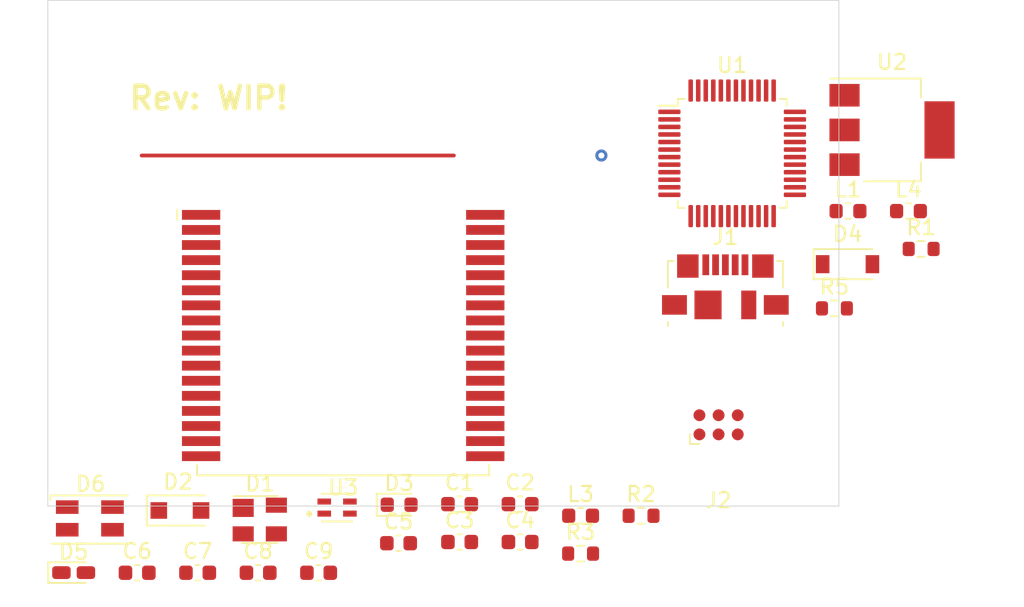
<source format=kicad_pcb>
(kicad_pcb (version 20171130) (host pcbnew "(5.1.7-0-10_14)")

  (general
    (thickness 1.6)
    (drawings 5)
    (tracks 2)
    (zones 0)
    (modules 28)
    (nets 79)
  )

  (page A4)
  (title_block
    (title "FreeRTLS Beacon Electronics")
    (date 2020-08-27)
    (rev WIP!)
    (company FreeRTLS)
  )

  (layers
    (0 F.Cu signal)
    (31 B.Cu signal)
    (32 B.Adhes user)
    (33 F.Adhes user)
    (34 B.Paste user)
    (35 F.Paste user)
    (36 B.SilkS user)
    (37 F.SilkS user)
    (38 B.Mask user)
    (39 F.Mask user)
    (40 Dwgs.User user)
    (41 Cmts.User user)
    (42 Eco1.User user)
    (43 Eco2.User user)
    (44 Edge.Cuts user)
    (45 Margin user)
    (46 B.CrtYd user)
    (47 F.CrtYd user)
    (48 B.Fab user)
    (49 F.Fab user)
  )

  (setup
    (last_trace_width 0.25)
    (trace_clearance 0.2)
    (zone_clearance 0.508)
    (zone_45_only no)
    (trace_min 0.2)
    (via_size 0.8)
    (via_drill 0.4)
    (via_min_size 0.4)
    (via_min_drill 0.3)
    (uvia_size 0.3)
    (uvia_drill 0.1)
    (uvias_allowed no)
    (uvia_min_size 0.2)
    (uvia_min_drill 0.1)
    (edge_width 0.05)
    (segment_width 0.2)
    (pcb_text_width 0.3)
    (pcb_text_size 1.5 1.5)
    (mod_edge_width 0.12)
    (mod_text_size 1 1)
    (mod_text_width 0.15)
    (pad_size 1.524 1.524)
    (pad_drill 0.762)
    (pad_to_mask_clearance 0.05)
    (aux_axis_origin 0 0)
    (visible_elements FFFFFF7F)
    (pcbplotparams
      (layerselection 0x010fc_ffffffff)
      (usegerberextensions false)
      (usegerberattributes true)
      (usegerberadvancedattributes true)
      (creategerberjobfile true)
      (excludeedgelayer true)
      (linewidth 0.100000)
      (plotframeref false)
      (viasonmask false)
      (mode 1)
      (useauxorigin false)
      (hpglpennumber 1)
      (hpglpenspeed 20)
      (hpglpendiameter 15.000000)
      (psnegative false)
      (psa4output false)
      (plotreference true)
      (plotvalue true)
      (plotinvisibletext false)
      (padsonsilk false)
      (subtractmaskfromsilk false)
      (outputformat 1)
      (mirror false)
      (drillshape 1)
      (scaleselection 1)
      (outputdirectory ""))
  )

  (net 0 "")
  (net 1 GND)
  (net 2 +3V3)
  (net 3 "Net-(C5-Pad1)")
  (net 4 "Net-(C7-Pad1)")
  (net 5 VBUS)
  (net 6 /MCU_D+)
  (net 7 /MCU_D-)
  (net 8 "Net-(D2-Pad2)")
  (net 9 "Net-(D3-Pad1)")
  (net 10 "Net-(D5-Pad2)")
  (net 11 "Net-(D6-Pad2)")
  (net 12 "Net-(D6-Pad4)")
  (net 13 "Net-(J1-Pad6)")
  (net 14 "Net-(J1-Pad4)")
  (net 15 "Net-(J1-Pad3)")
  (net 16 "Net-(J1-Pad2)")
  (net 17 "Net-(J2-Pad6)")
  (net 18 "Net-(J2-Pad4)")
  (net 19 /STM_RESET)
  (net 20 "Net-(J2-Pad2)")
  (net 21 "Net-(R1-Pad1)")
  (net 22 "Net-(R3-Pad2)")
  (net 23 "Net-(R5-Pad2)")
  (net 24 "Net-(U1-Pad46)")
  (net 25 "Net-(U1-Pad45)")
  (net 26 "Net-(U1-Pad43)")
  (net 27 "Net-(U1-Pad42)")
  (net 28 "Net-(U1-Pad41)")
  (net 29 "Net-(U1-Pad40)")
  (net 30 "Net-(U1-Pad39)")
  (net 31 "Net-(U1-Pad38)")
  (net 32 /RXD)
  (net 33 /TXD)
  (net 34 "Net-(U1-Pad29)")
  (net 35 "Net-(U1-Pad28)")
  (net 36 "Net-(U1-Pad27)")
  (net 37 "Net-(U1-Pad26)")
  (net 38 "Net-(U1-Pad25)")
  (net 39 "Net-(U1-Pad22)")
  (net 40 "Net-(U1-Pad21)")
  (net 41 "Net-(U1-Pad20)")
  (net 42 "Net-(U1-Pad19)")
  (net 43 "Net-(U1-Pad18)")
  (net 44 "Net-(U1-Pad17)")
  (net 45 "Net-(U1-Pad16)")
  (net 46 "Net-(U1-Pad15)")
  (net 47 /SWDIO)
  (net 48 "Net-(U1-Pad13)")
  (net 49 /SWCLK)
  (net 50 "Net-(U1-Pad11)")
  (net 51 "Net-(U1-Pad6)")
  (net 52 "Net-(U1-Pad5)")
  (net 53 "Net-(U1-Pad4)")
  (net 54 "Net-(U1-Pad3)")
  (net 55 "Net-(U1-Pad2)")
  (net 56 "Net-(U3-Pad33)")
  (net 57 "Net-(U3-Pad32)")
  (net 58 "Net-(U3-Pad29)")
  (net 59 "Net-(U3-Pad28)")
  (net 60 "Net-(U3-Pad27)")
  (net 61 "Net-(U3-Pad26)")
  (net 62 "Net-(U3-Pad25)")
  (net 63 "Net-(U3-Pad23)")
  (net 64 "Net-(U3-Pad22)")
  (net 65 "Net-(U3-Pad21)")
  (net 66 "Net-(U3-Pad19)")
  (net 67 "Net-(U3-Pad17)")
  (net 68 "Net-(U3-Pad16)")
  (net 69 "Net-(U3-Pad15)")
  (net 70 "Net-(U3-Pad14)")
  (net 71 "Net-(U3-Pad13)")
  (net 72 "Net-(U3-Pad10)")
  (net 73 "Net-(U3-Pad9)")
  (net 74 "Net-(U3-Pad8)")
  (net 75 "Net-(U3-Pad7)")
  (net 76 "Net-(U3-Pad6)")
  (net 77 "Net-(U3-Pad5)")
  (net 78 "Net-(U3-Pad4)")

  (net_class Default "This is the default net class."
    (clearance 0.2)
    (trace_width 0.25)
    (via_dia 0.8)
    (via_drill 0.4)
    (uvia_dia 0.3)
    (uvia_drill 0.1)
    (add_net +3V3)
    (add_net /MCU_D+)
    (add_net /MCU_D-)
    (add_net /RXD)
    (add_net /STM_RESET)
    (add_net /SWCLK)
    (add_net /SWDIO)
    (add_net /TXD)
    (add_net GND)
    (add_net "Net-(C5-Pad1)")
    (add_net "Net-(C7-Pad1)")
    (add_net "Net-(D2-Pad2)")
    (add_net "Net-(D3-Pad1)")
    (add_net "Net-(D5-Pad2)")
    (add_net "Net-(D6-Pad2)")
    (add_net "Net-(D6-Pad4)")
    (add_net "Net-(J1-Pad2)")
    (add_net "Net-(J1-Pad3)")
    (add_net "Net-(J1-Pad4)")
    (add_net "Net-(J1-Pad6)")
    (add_net "Net-(J2-Pad2)")
    (add_net "Net-(J2-Pad4)")
    (add_net "Net-(J2-Pad6)")
    (add_net "Net-(R1-Pad1)")
    (add_net "Net-(R3-Pad2)")
    (add_net "Net-(R5-Pad2)")
    (add_net "Net-(U1-Pad11)")
    (add_net "Net-(U1-Pad13)")
    (add_net "Net-(U1-Pad15)")
    (add_net "Net-(U1-Pad16)")
    (add_net "Net-(U1-Pad17)")
    (add_net "Net-(U1-Pad18)")
    (add_net "Net-(U1-Pad19)")
    (add_net "Net-(U1-Pad2)")
    (add_net "Net-(U1-Pad20)")
    (add_net "Net-(U1-Pad21)")
    (add_net "Net-(U1-Pad22)")
    (add_net "Net-(U1-Pad25)")
    (add_net "Net-(U1-Pad26)")
    (add_net "Net-(U1-Pad27)")
    (add_net "Net-(U1-Pad28)")
    (add_net "Net-(U1-Pad29)")
    (add_net "Net-(U1-Pad3)")
    (add_net "Net-(U1-Pad38)")
    (add_net "Net-(U1-Pad39)")
    (add_net "Net-(U1-Pad4)")
    (add_net "Net-(U1-Pad40)")
    (add_net "Net-(U1-Pad41)")
    (add_net "Net-(U1-Pad42)")
    (add_net "Net-(U1-Pad43)")
    (add_net "Net-(U1-Pad45)")
    (add_net "Net-(U1-Pad46)")
    (add_net "Net-(U1-Pad5)")
    (add_net "Net-(U1-Pad6)")
    (add_net "Net-(U3-Pad10)")
    (add_net "Net-(U3-Pad13)")
    (add_net "Net-(U3-Pad14)")
    (add_net "Net-(U3-Pad15)")
    (add_net "Net-(U3-Pad16)")
    (add_net "Net-(U3-Pad17)")
    (add_net "Net-(U3-Pad19)")
    (add_net "Net-(U3-Pad21)")
    (add_net "Net-(U3-Pad22)")
    (add_net "Net-(U3-Pad23)")
    (add_net "Net-(U3-Pad25)")
    (add_net "Net-(U3-Pad26)")
    (add_net "Net-(U3-Pad27)")
    (add_net "Net-(U3-Pad28)")
    (add_net "Net-(U3-Pad29)")
    (add_net "Net-(U3-Pad32)")
    (add_net "Net-(U3-Pad33)")
    (add_net "Net-(U3-Pad4)")
    (add_net "Net-(U3-Pad5)")
    (add_net "Net-(U3-Pad6)")
    (add_net "Net-(U3-Pad7)")
    (add_net "Net-(U3-Pad8)")
    (add_net "Net-(U3-Pad9)")
    (add_net VBUS)
  )

  (module RF_Module:DecaWave_DWM1001 (layer F.Cu) (tedit 5AE22EC1) (tstamp 5F781DA4)
    (at 106.58 82.93)
    (descr https://www.decawave.com/sites/default/files/dwm1001_datasheet.pdf)
    (tags "UWB module")
    (path /5F4EAC7B)
    (attr smd)
    (fp_text reference U3 (at 0 9.955) (layer F.SilkS)
      (effects (font (size 1 1) (thickness 0.15)))
    )
    (fp_text value DWM1001 (at 0 -18.045) (layer F.Fab)
      (effects (font (size 1 1) (thickness 0.15)))
    )
    (fp_text user "No bare Cu" (at 5.645 -8.18) (layer Cmts.User)
      (effects (font (size 0.15 0.15) (thickness 0.0225)))
    )
    (fp_text user "No bare Cu" (at -5.665 8.12) (layer Cmts.User)
      (effects (font (size 0.15 0.15) (thickness 0.0225)))
    )
    (fp_text user "No components, traces, or copper on any layer" (at 0 -11.5) (layer Cmts.User)
      (effects (font (size 0.5 0.5) (thickness 0.075)))
    )
    (fp_text user "KEEP-OUT ZONE" (at 0 -13) (layer Cmts.User)
      (effects (font (size 1 1) (thickness 0.15)))
    )
    (fp_text user %R (at 0 0) (layer F.Fab)
      (effects (font (size 1 1) (thickness 0.15)))
    )
    (fp_line (start -9.065 -8.13) (end -9.565 -7.63) (layer F.Fab) (width 0.1))
    (fp_line (start -9.565 -8.63) (end -9.065 -8.13) (layer F.Fab) (width 0.1))
    (fp_line (start -9.565 9.02) (end -9.565 -7.63) (layer F.Fab) (width 0.1))
    (fp_line (start -10.94 -17.36) (end 10.94 -17.36) (layer F.CrtYd) (width 0.05))
    (fp_line (start -10.94 9.27) (end 10.94 9.27) (layer F.CrtYd) (width 0.05))
    (fp_line (start 10.94 -17.36) (end 10.94 9.27) (layer F.CrtYd) (width 0.05))
    (fp_line (start -10.94 -17.36) (end -10.94 9.27) (layer F.CrtYd) (width 0.05))
    (fp_line (start -9.565 -8.63) (end -9.565 -17.11) (layer F.Fab) (width 0.1))
    (fp_line (start 9.565 9.02) (end 9.565 -17.11) (layer F.Fab) (width 0.1))
    (fp_line (start 9.565 9.02) (end -9.565 9.02) (layer F.Fab) (width 0.1))
    (fp_line (start 9.565 -17.11) (end -9.565 -17.11) (layer F.Fab) (width 0.1))
    (fp_line (start -8.265 8.25) (end 8.235 8.25) (layer F.Fab) (width 0.1))
    (fp_line (start -8.265 -8.25) (end 8.235 -8.25) (layer F.Fab) (width 0.1))
    (fp_line (start -8.265 -8.25) (end -8.265 8.25) (layer F.Fab) (width 0.1))
    (fp_line (start 8.235 -8.25) (end 8.235 8.25) (layer F.Fab) (width 0.1))
    (fp_line (start 9.565 -8.63) (end -9.565 -8.63) (layer F.Fab) (width 0.1))
    (fp_line (start 19.565 -8.63) (end -19.565 -8.63) (layer Dwgs.User) (width 0.1))
    (fp_line (start 19.565 -17.11) (end -19.565 -17.11) (layer Dwgs.User) (width 0.1))
    (fp_line (start -19.565 -8.63) (end -19.565 -17.11) (layer Dwgs.User) (width 0.1))
    (fp_line (start 19.565 -8.63) (end 19.565 -17.11) (layer Dwgs.User) (width 0.1))
    (fp_line (start -19.565 -15.11) (end -17.565 -17.11) (layer Dwgs.User) (width 0.1))
    (fp_line (start -19.565 -13.11) (end -15.565 -17.11) (layer Dwgs.User) (width 0.1))
    (fp_line (start -19.565 -11.11) (end -13.565 -17.11) (layer Dwgs.User) (width 0.1))
    (fp_line (start -19.565 -9.11) (end -11.565 -17.11) (layer Dwgs.User) (width 0.1))
    (fp_line (start -18.025 -8.65) (end -9.565 -17.11) (layer Dwgs.User) (width 0.1))
    (fp_line (start -16.025 -8.65) (end -7.565 -17.11) (layer Dwgs.User) (width 0.1))
    (fp_line (start -14.025 -8.65) (end -5.565 -17.11) (layer Dwgs.User) (width 0.1))
    (fp_line (start -12.025 -8.65) (end -3.565 -17.11) (layer Dwgs.User) (width 0.1))
    (fp_line (start -10.025 -8.65) (end -1.565 -17.11) (layer Dwgs.User) (width 0.1))
    (fp_line (start -8.025 -8.65) (end 0.435 -17.11) (layer Dwgs.User) (width 0.1))
    (fp_line (start -6.025 -8.65) (end 2.435 -17.11) (layer Dwgs.User) (width 0.1))
    (fp_line (start -4.025 -8.65) (end 4.435 -17.11) (layer Dwgs.User) (width 0.1))
    (fp_line (start -2.025 -8.65) (end 6.435 -17.11) (layer Dwgs.User) (width 0.1))
    (fp_line (start -0.025 -8.65) (end 8.435 -17.11) (layer Dwgs.User) (width 0.1))
    (fp_line (start 1.975 -8.65) (end 10.435 -17.11) (layer Dwgs.User) (width 0.1))
    (fp_line (start 3.975 -8.65) (end 12.435 -17.11) (layer Dwgs.User) (width 0.1))
    (fp_line (start 5.975 -8.65) (end 14.435 -17.11) (layer Dwgs.User) (width 0.1))
    (fp_line (start 7.975 -8.65) (end 16.435 -17.11) (layer Dwgs.User) (width 0.1))
    (fp_line (start 9.975 -8.65) (end 18.435 -17.11) (layer Dwgs.User) (width 0.1))
    (fp_line (start 11.975 -8.65) (end 19.565 -16.24) (layer Dwgs.User) (width 0.1))
    (fp_line (start 13.975 -8.65) (end 19.565 -14.24) (layer Dwgs.User) (width 0.1))
    (fp_line (start 15.975 -8.65) (end 19.565 -12.24) (layer Dwgs.User) (width 0.1))
    (fp_line (start 17.975 -8.65) (end 19.565 -10.24) (layer Dwgs.User) (width 0.1))
    (fp_line (start -9.685 8.46) (end -9.685 9.14) (layer F.SilkS) (width 0.12))
    (fp_line (start 9.685 9.14) (end -9.685 9.14) (layer F.SilkS) (width 0.12))
    (fp_line (start 9.685 8.46) (end 9.685 9.14) (layer F.SilkS) (width 0.12))
    (fp_line (start -11 -7.8) (end -11 -8.46) (layer F.SilkS) (width 0.12))
    (fp_line (start -4.915 8.42) (end -4.915 7.82) (layer Dwgs.User) (width 0.1))
    (fp_line (start -6.415 8.42) (end -6.415 7.82) (layer Dwgs.User) (width 0.1))
    (fp_line (start -4.915 8.42) (end -6.415 8.42) (layer Dwgs.User) (width 0.1))
    (fp_line (start -4.915 7.82) (end -6.415 7.82) (layer Dwgs.User) (width 0.1))
    (fp_line (start -5.965 8.42) (end -5.365 7.82) (layer Dwgs.User) (width 0.1))
    (fp_line (start 6.395 -8.48) (end 4.895 -8.48) (layer Dwgs.User) (width 0.1))
    (fp_line (start 6.395 -7.88) (end 4.895 -7.88) (layer Dwgs.User) (width 0.1))
    (fp_line (start 5.345 -7.88) (end 5.945 -8.48) (layer Dwgs.User) (width 0.1))
    (fp_line (start 4.895 -7.88) (end 4.895 -8.48) (layer Dwgs.User) (width 0.1))
    (fp_line (start 6.395 -7.88) (end 6.395 -8.48) (layer Dwgs.User) (width 0.1))
    (pad 34 smd rect (at 9.42 -8.13) (size 2.54 0.65) (layers F.Cu F.Paste F.Mask)
      (net 1 GND))
    (pad 33 smd rect (at 9.42 -7.13) (size 2.54 0.65) (layers F.Cu F.Paste F.Mask)
      (net 56 "Net-(U3-Pad33)"))
    (pad 32 smd rect (at 9.42 -6.13) (size 2.54 0.65) (layers F.Cu F.Paste F.Mask)
      (net 57 "Net-(U3-Pad32)"))
    (pad 31 smd rect (at 9.42 -5.13) (size 2.54 0.65) (layers F.Cu F.Paste F.Mask)
      (net 23 "Net-(R5-Pad2)"))
    (pad 30 smd rect (at 9.42 -4.13) (size 2.54 0.65) (layers F.Cu F.Paste F.Mask)
      (net 22 "Net-(R3-Pad2)"))
    (pad 29 smd rect (at 9.42 -3.13) (size 2.54 0.65) (layers F.Cu F.Paste F.Mask)
      (net 58 "Net-(U3-Pad29)"))
    (pad 28 smd rect (at 9.42 -2.13) (size 2.54 0.65) (layers F.Cu F.Paste F.Mask)
      (net 59 "Net-(U3-Pad28)"))
    (pad 27 smd rect (at 9.42 -1.13) (size 2.54 0.65) (layers F.Cu F.Paste F.Mask)
      (net 60 "Net-(U3-Pad27)"))
    (pad 26 smd rect (at 9.42 -0.13) (size 2.54 0.65) (layers F.Cu F.Paste F.Mask)
      (net 61 "Net-(U3-Pad26)"))
    (pad 25 smd rect (at 9.42 0.87) (size 2.54 0.65) (layers F.Cu F.Paste F.Mask)
      (net 62 "Net-(U3-Pad25)"))
    (pad 24 smd rect (at 9.42 1.87) (size 2.54 0.65) (layers F.Cu F.Paste F.Mask)
      (net 1 GND))
    (pad 23 smd rect (at 9.42 2.87) (size 2.54 0.65) (layers F.Cu F.Paste F.Mask)
      (net 63 "Net-(U3-Pad23)"))
    (pad 22 smd rect (at 9.42 3.87) (size 2.54 0.65) (layers F.Cu F.Paste F.Mask)
      (net 64 "Net-(U3-Pad22)"))
    (pad 21 smd rect (at 9.42 4.87) (size 2.54 0.65) (layers F.Cu F.Paste F.Mask)
      (net 65 "Net-(U3-Pad21)"))
    (pad 20 smd rect (at 9.42 5.87) (size 2.54 0.65) (layers F.Cu F.Paste F.Mask)
      (net 32 /RXD))
    (pad 19 smd rect (at 9.42 6.87) (size 2.54 0.65) (layers F.Cu F.Paste F.Mask)
      (net 66 "Net-(U3-Pad19)"))
    (pad 18 smd rect (at 9.42 7.87) (size 2.54 0.65) (layers F.Cu F.Paste F.Mask)
      (net 33 /TXD))
    (pad 17 smd rect (at -9.42 7.87) (size 2.54 0.65) (layers F.Cu F.Paste F.Mask)
      (net 67 "Net-(U3-Pad17)"))
    (pad 16 smd rect (at -9.42 6.87) (size 2.54 0.65) (layers F.Cu F.Paste F.Mask)
      (net 68 "Net-(U3-Pad16)"))
    (pad 15 smd rect (at -9.42 5.87) (size 2.54 0.65) (layers F.Cu F.Paste F.Mask)
      (net 69 "Net-(U3-Pad15)"))
    (pad 14 smd rect (at -9.42 4.87) (size 2.54 0.65) (layers F.Cu F.Paste F.Mask)
      (net 70 "Net-(U3-Pad14)"))
    (pad 13 smd rect (at -9.42 3.87) (size 2.54 0.65) (layers F.Cu F.Paste F.Mask)
      (net 71 "Net-(U3-Pad13)"))
    (pad 12 smd rect (at -9.42 2.87) (size 2.54 0.65) (layers F.Cu F.Paste F.Mask)
      (net 2 +3V3))
    (pad 11 smd rect (at -9.42 1.87) (size 2.54 0.65) (layers F.Cu F.Paste F.Mask)
      (net 1 GND))
    (pad 10 smd rect (at -9.42 0.87) (size 2.54 0.65) (layers F.Cu F.Paste F.Mask)
      (net 72 "Net-(U3-Pad10)"))
    (pad 9 smd rect (at -9.42 -0.13) (size 2.54 0.65) (layers F.Cu F.Paste F.Mask)
      (net 73 "Net-(U3-Pad9)"))
    (pad 8 smd rect (at -9.42 -1.13) (size 2.54 0.65) (layers F.Cu F.Paste F.Mask)
      (net 74 "Net-(U3-Pad8)"))
    (pad 7 smd rect (at -9.42 -2.13) (size 2.54 0.65) (layers F.Cu F.Paste F.Mask)
      (net 75 "Net-(U3-Pad7)"))
    (pad 6 smd rect (at -9.42 -3.13) (size 2.54 0.65) (layers F.Cu F.Paste F.Mask)
      (net 76 "Net-(U3-Pad6)"))
    (pad 5 smd rect (at -9.42 -4.13) (size 2.54 0.65) (layers F.Cu F.Paste F.Mask)
      (net 77 "Net-(U3-Pad5)"))
    (pad 4 smd rect (at -9.42 -5.13) (size 2.54 0.65) (layers F.Cu F.Paste F.Mask)
      (net 78 "Net-(U3-Pad4)"))
    (pad 3 smd rect (at -9.42 -6.13) (size 2.54 0.65) (layers F.Cu F.Paste F.Mask)
      (net 47 /SWDIO))
    (pad 2 smd rect (at -9.42 -7.13) (size 2.54 0.65) (layers F.Cu F.Paste F.Mask)
      (net 49 /SWCLK))
    (pad 1 smd rect (at -9.42 -8.13) (size 2.54 0.65) (layers F.Cu F.Paste F.Mask)
      (net 1 GND))
    (pad "" np_thru_hole circle (at -2.435 6.82) (size 1 1) (drill 1) (layers *.Cu *.Mask))
    (model ${KISYS3DMOD}/RF_Module.3dshapes/DecaWave_DWM1001.wrl
      (at (xyz 0 0 0))
      (scale (xyz 1 1 1))
      (rotate (xyz 0 0 0))
    )
  )

  (module Package_TO_SOT_SMD:SOT-223-3_TabPin2 (layer F.Cu) (tedit 5A02FF57) (tstamp 5F781D3F)
    (at 142.97 69.17)
    (descr "module CMS SOT223 4 pins")
    (tags "CMS SOT")
    (path /5F4F1B06)
    (attr smd)
    (fp_text reference U2 (at 0 -4.5) (layer F.SilkS)
      (effects (font (size 1 1) (thickness 0.15)))
    )
    (fp_text value AZ1117IH-3.3TRG1 (at 0 4.5) (layer F.Fab)
      (effects (font (size 1 1) (thickness 0.15)))
    )
    (fp_text user %R (at 0 0 90) (layer F.Fab)
      (effects (font (size 0.8 0.8) (thickness 0.12)))
    )
    (fp_line (start 1.91 3.41) (end 1.91 2.15) (layer F.SilkS) (width 0.12))
    (fp_line (start 1.91 -3.41) (end 1.91 -2.15) (layer F.SilkS) (width 0.12))
    (fp_line (start 4.4 -3.6) (end -4.4 -3.6) (layer F.CrtYd) (width 0.05))
    (fp_line (start 4.4 3.6) (end 4.4 -3.6) (layer F.CrtYd) (width 0.05))
    (fp_line (start -4.4 3.6) (end 4.4 3.6) (layer F.CrtYd) (width 0.05))
    (fp_line (start -4.4 -3.6) (end -4.4 3.6) (layer F.CrtYd) (width 0.05))
    (fp_line (start -1.85 -2.35) (end -0.85 -3.35) (layer F.Fab) (width 0.1))
    (fp_line (start -1.85 -2.35) (end -1.85 3.35) (layer F.Fab) (width 0.1))
    (fp_line (start -1.85 3.41) (end 1.91 3.41) (layer F.SilkS) (width 0.12))
    (fp_line (start -0.85 -3.35) (end 1.85 -3.35) (layer F.Fab) (width 0.1))
    (fp_line (start -4.1 -3.41) (end 1.91 -3.41) (layer F.SilkS) (width 0.12))
    (fp_line (start -1.85 3.35) (end 1.85 3.35) (layer F.Fab) (width 0.1))
    (fp_line (start 1.85 -3.35) (end 1.85 3.35) (layer F.Fab) (width 0.1))
    (pad 1 smd rect (at -3.15 -2.3) (size 2 1.5) (layers F.Cu F.Paste F.Mask)
      (net 1 GND))
    (pad 3 smd rect (at -3.15 2.3) (size 2 1.5) (layers F.Cu F.Paste F.Mask)
      (net 3 "Net-(C5-Pad1)"))
    (pad 2 smd rect (at -3.15 0) (size 2 1.5) (layers F.Cu F.Paste F.Mask)
      (net 4 "Net-(C7-Pad1)"))
    (pad 2 smd rect (at 3.15 0) (size 2 3.8) (layers F.Cu F.Paste F.Mask)
      (net 4 "Net-(C7-Pad1)"))
    (model ${KISYS3DMOD}/Package_TO_SOT_SMD.3dshapes/SOT-223.wrl
      (at (xyz 0 0 0))
      (scale (xyz 1 1 1))
      (rotate (xyz 0 0 0))
    )
  )

  (module Package_QFP:LQFP-48_7x7mm_P0.5mm (layer F.Cu) (tedit 5D9F72AF) (tstamp 5F781D29)
    (at 132.37 70.72)
    (descr "LQFP, 48 Pin (https://www.analog.com/media/en/technical-documentation/data-sheets/ltc2358-16.pdf), generated with kicad-footprint-generator ipc_gullwing_generator.py")
    (tags "LQFP QFP")
    (path /5F4EB7E0)
    (attr smd)
    (fp_text reference U1 (at 0 -5.85) (layer F.SilkS)
      (effects (font (size 1 1) (thickness 0.15)))
    )
    (fp_text value STM32F072CBTx (at 0 5.85) (layer F.Fab)
      (effects (font (size 1 1) (thickness 0.15)))
    )
    (fp_text user %R (at 0 0) (layer F.Fab)
      (effects (font (size 1 1) (thickness 0.15)))
    )
    (fp_line (start 3.16 3.61) (end 3.61 3.61) (layer F.SilkS) (width 0.12))
    (fp_line (start 3.61 3.61) (end 3.61 3.16) (layer F.SilkS) (width 0.12))
    (fp_line (start -3.16 3.61) (end -3.61 3.61) (layer F.SilkS) (width 0.12))
    (fp_line (start -3.61 3.61) (end -3.61 3.16) (layer F.SilkS) (width 0.12))
    (fp_line (start 3.16 -3.61) (end 3.61 -3.61) (layer F.SilkS) (width 0.12))
    (fp_line (start 3.61 -3.61) (end 3.61 -3.16) (layer F.SilkS) (width 0.12))
    (fp_line (start -3.16 -3.61) (end -3.61 -3.61) (layer F.SilkS) (width 0.12))
    (fp_line (start -3.61 -3.61) (end -3.61 -3.16) (layer F.SilkS) (width 0.12))
    (fp_line (start -3.61 -3.16) (end -4.9 -3.16) (layer F.SilkS) (width 0.12))
    (fp_line (start -2.5 -3.5) (end 3.5 -3.5) (layer F.Fab) (width 0.1))
    (fp_line (start 3.5 -3.5) (end 3.5 3.5) (layer F.Fab) (width 0.1))
    (fp_line (start 3.5 3.5) (end -3.5 3.5) (layer F.Fab) (width 0.1))
    (fp_line (start -3.5 3.5) (end -3.5 -2.5) (layer F.Fab) (width 0.1))
    (fp_line (start -3.5 -2.5) (end -2.5 -3.5) (layer F.Fab) (width 0.1))
    (fp_line (start 0 -5.15) (end -3.15 -5.15) (layer F.CrtYd) (width 0.05))
    (fp_line (start -3.15 -5.15) (end -3.15 -3.75) (layer F.CrtYd) (width 0.05))
    (fp_line (start -3.15 -3.75) (end -3.75 -3.75) (layer F.CrtYd) (width 0.05))
    (fp_line (start -3.75 -3.75) (end -3.75 -3.15) (layer F.CrtYd) (width 0.05))
    (fp_line (start -3.75 -3.15) (end -5.15 -3.15) (layer F.CrtYd) (width 0.05))
    (fp_line (start -5.15 -3.15) (end -5.15 0) (layer F.CrtYd) (width 0.05))
    (fp_line (start 0 -5.15) (end 3.15 -5.15) (layer F.CrtYd) (width 0.05))
    (fp_line (start 3.15 -5.15) (end 3.15 -3.75) (layer F.CrtYd) (width 0.05))
    (fp_line (start 3.15 -3.75) (end 3.75 -3.75) (layer F.CrtYd) (width 0.05))
    (fp_line (start 3.75 -3.75) (end 3.75 -3.15) (layer F.CrtYd) (width 0.05))
    (fp_line (start 3.75 -3.15) (end 5.15 -3.15) (layer F.CrtYd) (width 0.05))
    (fp_line (start 5.15 -3.15) (end 5.15 0) (layer F.CrtYd) (width 0.05))
    (fp_line (start 0 5.15) (end -3.15 5.15) (layer F.CrtYd) (width 0.05))
    (fp_line (start -3.15 5.15) (end -3.15 3.75) (layer F.CrtYd) (width 0.05))
    (fp_line (start -3.15 3.75) (end -3.75 3.75) (layer F.CrtYd) (width 0.05))
    (fp_line (start -3.75 3.75) (end -3.75 3.15) (layer F.CrtYd) (width 0.05))
    (fp_line (start -3.75 3.15) (end -5.15 3.15) (layer F.CrtYd) (width 0.05))
    (fp_line (start -5.15 3.15) (end -5.15 0) (layer F.CrtYd) (width 0.05))
    (fp_line (start 0 5.15) (end 3.15 5.15) (layer F.CrtYd) (width 0.05))
    (fp_line (start 3.15 5.15) (end 3.15 3.75) (layer F.CrtYd) (width 0.05))
    (fp_line (start 3.15 3.75) (end 3.75 3.75) (layer F.CrtYd) (width 0.05))
    (fp_line (start 3.75 3.75) (end 3.75 3.15) (layer F.CrtYd) (width 0.05))
    (fp_line (start 3.75 3.15) (end 5.15 3.15) (layer F.CrtYd) (width 0.05))
    (fp_line (start 5.15 3.15) (end 5.15 0) (layer F.CrtYd) (width 0.05))
    (pad 48 smd roundrect (at -2.75 -4.1625) (size 0.3 1.475) (layers F.Cu F.Paste F.Mask) (roundrect_rratio 0.25)
      (net 2 +3V3))
    (pad 47 smd roundrect (at -2.25 -4.1625) (size 0.3 1.475) (layers F.Cu F.Paste F.Mask) (roundrect_rratio 0.25)
      (net 1 GND))
    (pad 46 smd roundrect (at -1.75 -4.1625) (size 0.3 1.475) (layers F.Cu F.Paste F.Mask) (roundrect_rratio 0.25)
      (net 24 "Net-(U1-Pad46)"))
    (pad 45 smd roundrect (at -1.25 -4.1625) (size 0.3 1.475) (layers F.Cu F.Paste F.Mask) (roundrect_rratio 0.25)
      (net 25 "Net-(U1-Pad45)"))
    (pad 44 smd roundrect (at -0.75 -4.1625) (size 0.3 1.475) (layers F.Cu F.Paste F.Mask) (roundrect_rratio 0.25)
      (net 1 GND))
    (pad 43 smd roundrect (at -0.25 -4.1625) (size 0.3 1.475) (layers F.Cu F.Paste F.Mask) (roundrect_rratio 0.25)
      (net 26 "Net-(U1-Pad43)"))
    (pad 42 smd roundrect (at 0.25 -4.1625) (size 0.3 1.475) (layers F.Cu F.Paste F.Mask) (roundrect_rratio 0.25)
      (net 27 "Net-(U1-Pad42)"))
    (pad 41 smd roundrect (at 0.75 -4.1625) (size 0.3 1.475) (layers F.Cu F.Paste F.Mask) (roundrect_rratio 0.25)
      (net 28 "Net-(U1-Pad41)"))
    (pad 40 smd roundrect (at 1.25 -4.1625) (size 0.3 1.475) (layers F.Cu F.Paste F.Mask) (roundrect_rratio 0.25)
      (net 29 "Net-(U1-Pad40)"))
    (pad 39 smd roundrect (at 1.75 -4.1625) (size 0.3 1.475) (layers F.Cu F.Paste F.Mask) (roundrect_rratio 0.25)
      (net 30 "Net-(U1-Pad39)"))
    (pad 38 smd roundrect (at 2.25 -4.1625) (size 0.3 1.475) (layers F.Cu F.Paste F.Mask) (roundrect_rratio 0.25)
      (net 31 "Net-(U1-Pad38)"))
    (pad 37 smd roundrect (at 2.75 -4.1625) (size 0.3 1.475) (layers F.Cu F.Paste F.Mask) (roundrect_rratio 0.25)
      (net 18 "Net-(J2-Pad4)"))
    (pad 36 smd roundrect (at 4.1625 -2.75) (size 1.475 0.3) (layers F.Cu F.Paste F.Mask) (roundrect_rratio 0.25)
      (net 2 +3V3))
    (pad 35 smd roundrect (at 4.1625 -2.25) (size 1.475 0.3) (layers F.Cu F.Paste F.Mask) (roundrect_rratio 0.25)
      (net 1 GND))
    (pad 34 smd roundrect (at 4.1625 -1.75) (size 1.475 0.3) (layers F.Cu F.Paste F.Mask) (roundrect_rratio 0.25)
      (net 20 "Net-(J2-Pad2)"))
    (pad 33 smd roundrect (at 4.1625 -1.25) (size 1.475 0.3) (layers F.Cu F.Paste F.Mask) (roundrect_rratio 0.25)
      (net 6 /MCU_D+))
    (pad 32 smd roundrect (at 4.1625 -0.75) (size 1.475 0.3) (layers F.Cu F.Paste F.Mask) (roundrect_rratio 0.25)
      (net 7 /MCU_D-))
    (pad 31 smd roundrect (at 4.1625 -0.25) (size 1.475 0.3) (layers F.Cu F.Paste F.Mask) (roundrect_rratio 0.25)
      (net 32 /RXD))
    (pad 30 smd roundrect (at 4.1625 0.25) (size 1.475 0.3) (layers F.Cu F.Paste F.Mask) (roundrect_rratio 0.25)
      (net 33 /TXD))
    (pad 29 smd roundrect (at 4.1625 0.75) (size 1.475 0.3) (layers F.Cu F.Paste F.Mask) (roundrect_rratio 0.25)
      (net 34 "Net-(U1-Pad29)"))
    (pad 28 smd roundrect (at 4.1625 1.25) (size 1.475 0.3) (layers F.Cu F.Paste F.Mask) (roundrect_rratio 0.25)
      (net 35 "Net-(U1-Pad28)"))
    (pad 27 smd roundrect (at 4.1625 1.75) (size 1.475 0.3) (layers F.Cu F.Paste F.Mask) (roundrect_rratio 0.25)
      (net 36 "Net-(U1-Pad27)"))
    (pad 26 smd roundrect (at 4.1625 2.25) (size 1.475 0.3) (layers F.Cu F.Paste F.Mask) (roundrect_rratio 0.25)
      (net 37 "Net-(U1-Pad26)"))
    (pad 25 smd roundrect (at 4.1625 2.75) (size 1.475 0.3) (layers F.Cu F.Paste F.Mask) (roundrect_rratio 0.25)
      (net 38 "Net-(U1-Pad25)"))
    (pad 24 smd roundrect (at 2.75 4.1625) (size 0.3 1.475) (layers F.Cu F.Paste F.Mask) (roundrect_rratio 0.25)
      (net 2 +3V3))
    (pad 23 smd roundrect (at 2.25 4.1625) (size 0.3 1.475) (layers F.Cu F.Paste F.Mask) (roundrect_rratio 0.25)
      (net 1 GND))
    (pad 22 smd roundrect (at 1.75 4.1625) (size 0.3 1.475) (layers F.Cu F.Paste F.Mask) (roundrect_rratio 0.25)
      (net 39 "Net-(U1-Pad22)"))
    (pad 21 smd roundrect (at 1.25 4.1625) (size 0.3 1.475) (layers F.Cu F.Paste F.Mask) (roundrect_rratio 0.25)
      (net 40 "Net-(U1-Pad21)"))
    (pad 20 smd roundrect (at 0.75 4.1625) (size 0.3 1.475) (layers F.Cu F.Paste F.Mask) (roundrect_rratio 0.25)
      (net 41 "Net-(U1-Pad20)"))
    (pad 19 smd roundrect (at 0.25 4.1625) (size 0.3 1.475) (layers F.Cu F.Paste F.Mask) (roundrect_rratio 0.25)
      (net 42 "Net-(U1-Pad19)"))
    (pad 18 smd roundrect (at -0.25 4.1625) (size 0.3 1.475) (layers F.Cu F.Paste F.Mask) (roundrect_rratio 0.25)
      (net 43 "Net-(U1-Pad18)"))
    (pad 17 smd roundrect (at -0.75 4.1625) (size 0.3 1.475) (layers F.Cu F.Paste F.Mask) (roundrect_rratio 0.25)
      (net 44 "Net-(U1-Pad17)"))
    (pad 16 smd roundrect (at -1.25 4.1625) (size 0.3 1.475) (layers F.Cu F.Paste F.Mask) (roundrect_rratio 0.25)
      (net 45 "Net-(U1-Pad16)"))
    (pad 15 smd roundrect (at -1.75 4.1625) (size 0.3 1.475) (layers F.Cu F.Paste F.Mask) (roundrect_rratio 0.25)
      (net 46 "Net-(U1-Pad15)"))
    (pad 14 smd roundrect (at -2.25 4.1625) (size 0.3 1.475) (layers F.Cu F.Paste F.Mask) (roundrect_rratio 0.25)
      (net 47 /SWDIO))
    (pad 13 smd roundrect (at -2.75 4.1625) (size 0.3 1.475) (layers F.Cu F.Paste F.Mask) (roundrect_rratio 0.25)
      (net 48 "Net-(U1-Pad13)"))
    (pad 12 smd roundrect (at -4.1625 2.75) (size 1.475 0.3) (layers F.Cu F.Paste F.Mask) (roundrect_rratio 0.25)
      (net 49 /SWCLK))
    (pad 11 smd roundrect (at -4.1625 2.25) (size 1.475 0.3) (layers F.Cu F.Paste F.Mask) (roundrect_rratio 0.25)
      (net 50 "Net-(U1-Pad11)"))
    (pad 10 smd roundrect (at -4.1625 1.75) (size 1.475 0.3) (layers F.Cu F.Paste F.Mask) (roundrect_rratio 0.25)
      (net 21 "Net-(R1-Pad1)"))
    (pad 9 smd roundrect (at -4.1625 1.25) (size 1.475 0.3) (layers F.Cu F.Paste F.Mask) (roundrect_rratio 0.25)
      (net 2 +3V3))
    (pad 8 smd roundrect (at -4.1625 0.75) (size 1.475 0.3) (layers F.Cu F.Paste F.Mask) (roundrect_rratio 0.25)
      (net 1 GND))
    (pad 7 smd roundrect (at -4.1625 0.25) (size 1.475 0.3) (layers F.Cu F.Paste F.Mask) (roundrect_rratio 0.25)
      (net 19 /STM_RESET))
    (pad 6 smd roundrect (at -4.1625 -0.25) (size 1.475 0.3) (layers F.Cu F.Paste F.Mask) (roundrect_rratio 0.25)
      (net 51 "Net-(U1-Pad6)"))
    (pad 5 smd roundrect (at -4.1625 -0.75) (size 1.475 0.3) (layers F.Cu F.Paste F.Mask) (roundrect_rratio 0.25)
      (net 52 "Net-(U1-Pad5)"))
    (pad 4 smd roundrect (at -4.1625 -1.25) (size 1.475 0.3) (layers F.Cu F.Paste F.Mask) (roundrect_rratio 0.25)
      (net 53 "Net-(U1-Pad4)"))
    (pad 3 smd roundrect (at -4.1625 -1.75) (size 1.475 0.3) (layers F.Cu F.Paste F.Mask) (roundrect_rratio 0.25)
      (net 54 "Net-(U1-Pad3)"))
    (pad 2 smd roundrect (at -4.1625 -2.25) (size 1.475 0.3) (layers F.Cu F.Paste F.Mask) (roundrect_rratio 0.25)
      (net 55 "Net-(U1-Pad2)"))
    (pad 1 smd roundrect (at -4.1625 -2.75) (size 1.475 0.3) (layers F.Cu F.Paste F.Mask) (roundrect_rratio 0.25)
      (net 2 +3V3))
    (model ${KISYS3DMOD}/Package_QFP.3dshapes/LQFP-48_7x7mm_P0.5mm.wrl
      (at (xyz 0 0 0))
      (scale (xyz 1 1 1))
      (rotate (xyz 0 0 0))
    )
  )

  (module Resistor_SMD:R_0603_1608Metric (layer F.Cu) (tedit 5F68FEEE) (tstamp 5F781CCE)
    (at 139.15 81)
    (descr "Resistor SMD 0603 (1608 Metric), square (rectangular) end terminal, IPC_7351 nominal, (Body size source: IPC-SM-782 page 72, https://www.pcb-3d.com/wordpress/wp-content/uploads/ipc-sm-782a_amendment_1_and_2.pdf), generated with kicad-footprint-generator")
    (tags resistor)
    (path /5F783AC0)
    (attr smd)
    (fp_text reference R5 (at 0 -1.43) (layer F.SilkS)
      (effects (font (size 1 1) (thickness 0.15)))
    )
    (fp_text value 470 (at 0 1.43) (layer F.Fab)
      (effects (font (size 1 1) (thickness 0.15)))
    )
    (fp_text user %R (at 0 0) (layer F.Fab)
      (effects (font (size 0.4 0.4) (thickness 0.06)))
    )
    (fp_line (start -0.8 0.4125) (end -0.8 -0.4125) (layer F.Fab) (width 0.1))
    (fp_line (start -0.8 -0.4125) (end 0.8 -0.4125) (layer F.Fab) (width 0.1))
    (fp_line (start 0.8 -0.4125) (end 0.8 0.4125) (layer F.Fab) (width 0.1))
    (fp_line (start 0.8 0.4125) (end -0.8 0.4125) (layer F.Fab) (width 0.1))
    (fp_line (start -0.237258 -0.5225) (end 0.237258 -0.5225) (layer F.SilkS) (width 0.12))
    (fp_line (start -0.237258 0.5225) (end 0.237258 0.5225) (layer F.SilkS) (width 0.12))
    (fp_line (start -1.48 0.73) (end -1.48 -0.73) (layer F.CrtYd) (width 0.05))
    (fp_line (start -1.48 -0.73) (end 1.48 -0.73) (layer F.CrtYd) (width 0.05))
    (fp_line (start 1.48 -0.73) (end 1.48 0.73) (layer F.CrtYd) (width 0.05))
    (fp_line (start 1.48 0.73) (end -1.48 0.73) (layer F.CrtYd) (width 0.05))
    (pad 2 smd roundrect (at 0.825 0) (size 0.8 0.95) (layers F.Cu F.Paste F.Mask) (roundrect_rratio 0.25)
      (net 23 "Net-(R5-Pad2)"))
    (pad 1 smd roundrect (at -0.825 0) (size 0.8 0.95) (layers F.Cu F.Paste F.Mask) (roundrect_rratio 0.25)
      (net 12 "Net-(D6-Pad4)"))
    (model ${KISYS3DMOD}/Resistor_SMD.3dshapes/R_0603_1608Metric.wrl
      (at (xyz 0 0 0))
      (scale (xyz 1 1 1))
      (rotate (xyz 0 0 0))
    )
  )

  (module Resistor_SMD:R_0603_1608Metric (layer F.Cu) (tedit 5F68FEEE) (tstamp 5F781CBD)
    (at 122.32 97.26)
    (descr "Resistor SMD 0603 (1608 Metric), square (rectangular) end terminal, IPC_7351 nominal, (Body size source: IPC-SM-782 page 72, https://www.pcb-3d.com/wordpress/wp-content/uploads/ipc-sm-782a_amendment_1_and_2.pdf), generated with kicad-footprint-generator")
    (tags resistor)
    (path /5F782A90)
    (attr smd)
    (fp_text reference R3 (at 0 -1.43) (layer F.SilkS)
      (effects (font (size 1 1) (thickness 0.15)))
    )
    (fp_text value 1k (at 0 1.43) (layer F.Fab)
      (effects (font (size 1 1) (thickness 0.15)))
    )
    (fp_text user %R (at 0 0) (layer F.Fab)
      (effects (font (size 0.4 0.4) (thickness 0.06)))
    )
    (fp_line (start -0.8 0.4125) (end -0.8 -0.4125) (layer F.Fab) (width 0.1))
    (fp_line (start -0.8 -0.4125) (end 0.8 -0.4125) (layer F.Fab) (width 0.1))
    (fp_line (start 0.8 -0.4125) (end 0.8 0.4125) (layer F.Fab) (width 0.1))
    (fp_line (start 0.8 0.4125) (end -0.8 0.4125) (layer F.Fab) (width 0.1))
    (fp_line (start -0.237258 -0.5225) (end 0.237258 -0.5225) (layer F.SilkS) (width 0.12))
    (fp_line (start -0.237258 0.5225) (end 0.237258 0.5225) (layer F.SilkS) (width 0.12))
    (fp_line (start -1.48 0.73) (end -1.48 -0.73) (layer F.CrtYd) (width 0.05))
    (fp_line (start -1.48 -0.73) (end 1.48 -0.73) (layer F.CrtYd) (width 0.05))
    (fp_line (start 1.48 -0.73) (end 1.48 0.73) (layer F.CrtYd) (width 0.05))
    (fp_line (start 1.48 0.73) (end -1.48 0.73) (layer F.CrtYd) (width 0.05))
    (pad 2 smd roundrect (at 0.825 0) (size 0.8 0.95) (layers F.Cu F.Paste F.Mask) (roundrect_rratio 0.25)
      (net 22 "Net-(R3-Pad2)"))
    (pad 1 smd roundrect (at -0.825 0) (size 0.8 0.95) (layers F.Cu F.Paste F.Mask) (roundrect_rratio 0.25)
      (net 11 "Net-(D6-Pad2)"))
    (model ${KISYS3DMOD}/Resistor_SMD.3dshapes/R_0603_1608Metric.wrl
      (at (xyz 0 0 0))
      (scale (xyz 1 1 1))
      (rotate (xyz 0 0 0))
    )
  )

  (module Resistor_SMD:R_0603_1608Metric (layer F.Cu) (tedit 5F68FEEE) (tstamp 5F781CAC)
    (at 126.33 94.75)
    (descr "Resistor SMD 0603 (1608 Metric), square (rectangular) end terminal, IPC_7351 nominal, (Body size source: IPC-SM-782 page 72, https://www.pcb-3d.com/wordpress/wp-content/uploads/ipc-sm-782a_amendment_1_and_2.pdf), generated with kicad-footprint-generator")
    (tags resistor)
    (path /5F4F80D3)
    (attr smd)
    (fp_text reference R2 (at 0 -1.43) (layer F.SilkS)
      (effects (font (size 1 1) (thickness 0.15)))
    )
    (fp_text value 1k (at 0 1.43) (layer F.Fab)
      (effects (font (size 1 1) (thickness 0.15)))
    )
    (fp_text user %R (at 0 0) (layer F.Fab)
      (effects (font (size 0.4 0.4) (thickness 0.06)))
    )
    (fp_line (start -0.8 0.4125) (end -0.8 -0.4125) (layer F.Fab) (width 0.1))
    (fp_line (start -0.8 -0.4125) (end 0.8 -0.4125) (layer F.Fab) (width 0.1))
    (fp_line (start 0.8 -0.4125) (end 0.8 0.4125) (layer F.Fab) (width 0.1))
    (fp_line (start 0.8 0.4125) (end -0.8 0.4125) (layer F.Fab) (width 0.1))
    (fp_line (start -0.237258 -0.5225) (end 0.237258 -0.5225) (layer F.SilkS) (width 0.12))
    (fp_line (start -0.237258 0.5225) (end 0.237258 0.5225) (layer F.SilkS) (width 0.12))
    (fp_line (start -1.48 0.73) (end -1.48 -0.73) (layer F.CrtYd) (width 0.05))
    (fp_line (start -1.48 -0.73) (end 1.48 -0.73) (layer F.CrtYd) (width 0.05))
    (fp_line (start 1.48 -0.73) (end 1.48 0.73) (layer F.CrtYd) (width 0.05))
    (fp_line (start 1.48 0.73) (end -1.48 0.73) (layer F.CrtYd) (width 0.05))
    (pad 2 smd roundrect (at 0.825 0) (size 0.8 0.95) (layers F.Cu F.Paste F.Mask) (roundrect_rratio 0.25)
      (net 10 "Net-(D5-Pad2)"))
    (pad 1 smd roundrect (at -0.825 0) (size 0.8 0.95) (layers F.Cu F.Paste F.Mask) (roundrect_rratio 0.25)
      (net 3 "Net-(C5-Pad1)"))
    (model ${KISYS3DMOD}/Resistor_SMD.3dshapes/R_0603_1608Metric.wrl
      (at (xyz 0 0 0))
      (scale (xyz 1 1 1))
      (rotate (xyz 0 0 0))
    )
  )

  (module Resistor_SMD:R_0603_1608Metric (layer F.Cu) (tedit 5F68FEEE) (tstamp 5F781C9B)
    (at 144.9 77.06)
    (descr "Resistor SMD 0603 (1608 Metric), square (rectangular) end terminal, IPC_7351 nominal, (Body size source: IPC-SM-782 page 72, https://www.pcb-3d.com/wordpress/wp-content/uploads/ipc-sm-782a_amendment_1_and_2.pdf), generated with kicad-footprint-generator")
    (tags resistor)
    (path /5F5684F9)
    (attr smd)
    (fp_text reference R1 (at 0 -1.43) (layer F.SilkS)
      (effects (font (size 1 1) (thickness 0.15)))
    )
    (fp_text value 1k (at 0 1.43) (layer F.Fab)
      (effects (font (size 1 1) (thickness 0.15)))
    )
    (fp_text user %R (at 0 0) (layer F.Fab)
      (effects (font (size 0.4 0.4) (thickness 0.06)))
    )
    (fp_line (start -0.8 0.4125) (end -0.8 -0.4125) (layer F.Fab) (width 0.1))
    (fp_line (start -0.8 -0.4125) (end 0.8 -0.4125) (layer F.Fab) (width 0.1))
    (fp_line (start 0.8 -0.4125) (end 0.8 0.4125) (layer F.Fab) (width 0.1))
    (fp_line (start 0.8 0.4125) (end -0.8 0.4125) (layer F.Fab) (width 0.1))
    (fp_line (start -0.237258 -0.5225) (end 0.237258 -0.5225) (layer F.SilkS) (width 0.12))
    (fp_line (start -0.237258 0.5225) (end 0.237258 0.5225) (layer F.SilkS) (width 0.12))
    (fp_line (start -1.48 0.73) (end -1.48 -0.73) (layer F.CrtYd) (width 0.05))
    (fp_line (start -1.48 -0.73) (end 1.48 -0.73) (layer F.CrtYd) (width 0.05))
    (fp_line (start 1.48 -0.73) (end 1.48 0.73) (layer F.CrtYd) (width 0.05))
    (fp_line (start 1.48 0.73) (end -1.48 0.73) (layer F.CrtYd) (width 0.05))
    (pad 2 smd roundrect (at 0.825 0) (size 0.8 0.95) (layers F.Cu F.Paste F.Mask) (roundrect_rratio 0.25)
      (net 9 "Net-(D3-Pad1)"))
    (pad 1 smd roundrect (at -0.825 0) (size 0.8 0.95) (layers F.Cu F.Paste F.Mask) (roundrect_rratio 0.25)
      (net 21 "Net-(R1-Pad1)"))
    (model ${KISYS3DMOD}/Resistor_SMD.3dshapes/R_0603_1608Metric.wrl
      (at (xyz 0 0 0))
      (scale (xyz 1 1 1))
      (rotate (xyz 0 0 0))
    )
  )

  (module Inductor_SMD:L_0603_1608Metric (layer F.Cu) (tedit 5F68FEF0) (tstamp 5F781C8A)
    (at 144.06 74.55)
    (descr "Inductor SMD 0603 (1608 Metric), square (rectangular) end terminal, IPC_7351 nominal, (Body size source: http://www.tortai-tech.com/upload/download/2011102023233369053.pdf), generated with kicad-footprint-generator")
    (tags inductor)
    (path /5F7E7895)
    (attr smd)
    (fp_text reference L4 (at 0 -1.43) (layer F.SilkS)
      (effects (font (size 1 1) (thickness 0.15)))
    )
    (fp_text value MPZ1608S221ATA00 (at 0 1.43) (layer F.Fab)
      (effects (font (size 1 1) (thickness 0.15)))
    )
    (fp_text user %R (at 0 0) (layer F.Fab)
      (effects (font (size 0.4 0.4) (thickness 0.06)))
    )
    (fp_line (start -0.8 0.4) (end -0.8 -0.4) (layer F.Fab) (width 0.1))
    (fp_line (start -0.8 -0.4) (end 0.8 -0.4) (layer F.Fab) (width 0.1))
    (fp_line (start 0.8 -0.4) (end 0.8 0.4) (layer F.Fab) (width 0.1))
    (fp_line (start 0.8 0.4) (end -0.8 0.4) (layer F.Fab) (width 0.1))
    (fp_line (start -0.162779 -0.51) (end 0.162779 -0.51) (layer F.SilkS) (width 0.12))
    (fp_line (start -0.162779 0.51) (end 0.162779 0.51) (layer F.SilkS) (width 0.12))
    (fp_line (start -1.48 0.73) (end -1.48 -0.73) (layer F.CrtYd) (width 0.05))
    (fp_line (start -1.48 -0.73) (end 1.48 -0.73) (layer F.CrtYd) (width 0.05))
    (fp_line (start 1.48 -0.73) (end 1.48 0.73) (layer F.CrtYd) (width 0.05))
    (fp_line (start 1.48 0.73) (end -1.48 0.73) (layer F.CrtYd) (width 0.05))
    (pad 2 smd roundrect (at 0.7875 0) (size 0.875 0.95) (layers F.Cu F.Paste F.Mask) (roundrect_rratio 0.25)
      (net 1 GND))
    (pad 1 smd roundrect (at -0.7875 0) (size 0.875 0.95) (layers F.Cu F.Paste F.Mask) (roundrect_rratio 0.25)
      (net 13 "Net-(J1-Pad6)"))
    (model ${KISYS3DMOD}/Inductor_SMD.3dshapes/L_0603_1608Metric.wrl
      (at (xyz 0 0 0))
      (scale (xyz 1 1 1))
      (rotate (xyz 0 0 0))
    )
  )

  (module Inductor_SMD:L_0603_1608Metric (layer F.Cu) (tedit 5F68FEF0) (tstamp 5F781C79)
    (at 122.32 94.75)
    (descr "Inductor SMD 0603 (1608 Metric), square (rectangular) end terminal, IPC_7351 nominal, (Body size source: http://www.tortai-tech.com/upload/download/2011102023233369053.pdf), generated with kicad-footprint-generator")
    (tags inductor)
    (path /5F4FD73B)
    (attr smd)
    (fp_text reference L3 (at 0 -1.43) (layer F.SilkS)
      (effects (font (size 1 1) (thickness 0.15)))
    )
    (fp_text value MPZ1608S601ATA00 (at 0 1.43) (layer F.Fab)
      (effects (font (size 1 1) (thickness 0.15)))
    )
    (fp_text user %R (at 0 0) (layer F.Fab)
      (effects (font (size 0.4 0.4) (thickness 0.06)))
    )
    (fp_line (start -0.8 0.4) (end -0.8 -0.4) (layer F.Fab) (width 0.1))
    (fp_line (start -0.8 -0.4) (end 0.8 -0.4) (layer F.Fab) (width 0.1))
    (fp_line (start 0.8 -0.4) (end 0.8 0.4) (layer F.Fab) (width 0.1))
    (fp_line (start 0.8 0.4) (end -0.8 0.4) (layer F.Fab) (width 0.1))
    (fp_line (start -0.162779 -0.51) (end 0.162779 -0.51) (layer F.SilkS) (width 0.12))
    (fp_line (start -0.162779 0.51) (end 0.162779 0.51) (layer F.SilkS) (width 0.12))
    (fp_line (start -1.48 0.73) (end -1.48 -0.73) (layer F.CrtYd) (width 0.05))
    (fp_line (start -1.48 -0.73) (end 1.48 -0.73) (layer F.CrtYd) (width 0.05))
    (fp_line (start 1.48 -0.73) (end 1.48 0.73) (layer F.CrtYd) (width 0.05))
    (fp_line (start 1.48 0.73) (end -1.48 0.73) (layer F.CrtYd) (width 0.05))
    (pad 2 smd roundrect (at 0.7875 0) (size 0.875 0.95) (layers F.Cu F.Paste F.Mask) (roundrect_rratio 0.25)
      (net 2 +3V3))
    (pad 1 smd roundrect (at -0.7875 0) (size 0.875 0.95) (layers F.Cu F.Paste F.Mask) (roundrect_rratio 0.25)
      (net 4 "Net-(C7-Pad1)"))
    (model ${KISYS3DMOD}/Inductor_SMD.3dshapes/L_0603_1608Metric.wrl
      (at (xyz 0 0 0))
      (scale (xyz 1 1 1))
      (rotate (xyz 0 0 0))
    )
  )

  (module FreeRTLS-Beacon:FIL_DLW21HN900SQ2L (layer F.Cu) (tedit 5F776DC6) (tstamp 5F781C68)
    (at 106.175 94.2085)
    (path /5F503223)
    (fp_text reference L2 (at 0.232 -1.6064) (layer F.SilkS)
      (effects (font (size 0.64 0.64) (thickness 0.015)))
    )
    (fp_text value DLW21HN900SQ2 (at 5.5152 1.6064) (layer F.Fab)
      (effects (font (size 0.64 0.64) (thickness 0.015)))
    )
    (fp_line (start 1.55 0.85) (end -1.55 0.85) (layer F.CrtYd) (width 0.05))
    (fp_line (start 1.55 -0.85) (end 1.55 0.85) (layer F.CrtYd) (width 0.05))
    (fp_line (start -1.55 -0.85) (end 1.55 -0.85) (layer F.CrtYd) (width 0.05))
    (fp_line (start -1.55 0.85) (end -1.55 -0.85) (layer F.CrtYd) (width 0.05))
    (fp_circle (center -1.85 0.42) (end -1.75 0.42) (layer F.SilkS) (width 0.2))
    (fp_circle (center -1.85 0.42) (end -1.75 0.42) (layer F.Fab) (width 0.2))
    (fp_line (start -1 -0.92) (end 1 -0.92) (layer F.SilkS) (width 0.127))
    (fp_line (start 1 0.92) (end -1 0.92) (layer F.SilkS) (width 0.127))
    (fp_line (start -1 0.6) (end -1 -0.6) (layer F.Fab) (width 0.127))
    (fp_line (start 1 0.6) (end -1 0.6) (layer F.Fab) (width 0.127))
    (fp_line (start 1 -0.6) (end 1 0.6) (layer F.Fab) (width 0.127))
    (fp_line (start -1 -0.6) (end 1 -0.6) (layer F.Fab) (width 0.127))
    (pad 4 smd rect (at -0.85 -0.4) (size 0.9 0.4) (layers F.Cu F.Mask)
      (net 16 "Net-(J1-Pad2)"))
    (pad 3 smd rect (at 0.85 -0.4) (size 0.9 0.4) (layers F.Cu F.Mask)
      (net 7 /MCU_D-))
    (pad 2 smd rect (at 0.85 0.4) (size 0.9 0.4) (layers F.Cu F.Mask)
      (net 6 /MCU_D+))
    (pad 1 smd rect (at -0.85 0.4) (size 0.9 0.4) (layers F.Cu F.Mask)
      (net 15 "Net-(J1-Pad3)"))
    (model ${KIPRJMOD}/../libs/FreeRTLS-Beacon.pretty/DLW21HN900SQ2L--3DModel-STEP-1.STEP
      (at (xyz 0 0 0))
      (scale (xyz 1 1 1))
      (rotate (xyz -90 0 0))
    )
  )

  (module Inductor_SMD:L_0603_1608Metric (layer F.Cu) (tedit 5F68FEF0) (tstamp 5F781C54)
    (at 140.05 74.55)
    (descr "Inductor SMD 0603 (1608 Metric), square (rectangular) end terminal, IPC_7351 nominal, (Body size source: http://www.tortai-tech.com/upload/download/2011102023233369053.pdf), generated with kicad-footprint-generator")
    (tags inductor)
    (path /5F5536AE)
    (attr smd)
    (fp_text reference L1 (at 0 -1.43) (layer F.SilkS)
      (effects (font (size 1 1) (thickness 0.15)))
    )
    (fp_text value MPZ1608S221ATA00 (at 0 1.43) (layer F.Fab)
      (effects (font (size 1 1) (thickness 0.15)))
    )
    (fp_text user %R (at 0 0) (layer F.Fab)
      (effects (font (size 0.4 0.4) (thickness 0.06)))
    )
    (fp_line (start -0.8 0.4) (end -0.8 -0.4) (layer F.Fab) (width 0.1))
    (fp_line (start -0.8 -0.4) (end 0.8 -0.4) (layer F.Fab) (width 0.1))
    (fp_line (start 0.8 -0.4) (end 0.8 0.4) (layer F.Fab) (width 0.1))
    (fp_line (start 0.8 0.4) (end -0.8 0.4) (layer F.Fab) (width 0.1))
    (fp_line (start -0.162779 -0.51) (end 0.162779 -0.51) (layer F.SilkS) (width 0.12))
    (fp_line (start -0.162779 0.51) (end 0.162779 0.51) (layer F.SilkS) (width 0.12))
    (fp_line (start -1.48 0.73) (end -1.48 -0.73) (layer F.CrtYd) (width 0.05))
    (fp_line (start -1.48 -0.73) (end 1.48 -0.73) (layer F.CrtYd) (width 0.05))
    (fp_line (start 1.48 -0.73) (end 1.48 0.73) (layer F.CrtYd) (width 0.05))
    (fp_line (start 1.48 0.73) (end -1.48 0.73) (layer F.CrtYd) (width 0.05))
    (pad 2 smd roundrect (at 0.7875 0) (size 0.875 0.95) (layers F.Cu F.Paste F.Mask) (roundrect_rratio 0.25)
      (net 8 "Net-(D2-Pad2)"))
    (pad 1 smd roundrect (at -0.7875 0) (size 0.875 0.95) (layers F.Cu F.Paste F.Mask) (roundrect_rratio 0.25)
      (net 5 VBUS))
    (model ${KISYS3DMOD}/Inductor_SMD.3dshapes/L_0603_1608Metric.wrl
      (at (xyz 0 0 0))
      (scale (xyz 1 1 1))
      (rotate (xyz 0 0 0))
    )
  )

  (module Connector:Tag-Connect_TC2030-IDC-FP_2x03_P1.27mm_Vertical (layer F.Cu) (tedit 5A29CE9B) (tstamp 5F781C43)
    (at 131.47 88.72)
    (descr "Tag-Connect programming header; http://www.tag-connect.com/Materials/TC2030-IDC.pdf")
    (tags "tag connect programming header pogo pins")
    (path /5F707F62)
    (attr virtual)
    (fp_text reference J2 (at 0 5) (layer F.SilkS)
      (effects (font (size 1 1) (thickness 0.15)))
    )
    (fp_text value TC2030 (at 0 -4.7) (layer F.Fab)
      (effects (font (size 1 1) (thickness 0.15)))
    )
    (fp_text user %R (at 0 0) (layer F.Fab)
      (effects (font (size 1 1) (thickness 0.15)))
    )
    (fp_text user KEEPOUT (at 0 0) (layer Cmts.User)
      (effects (font (size 0.4 0.4) (thickness 0.07)))
    )
    (fp_line (start -1.27 0.635) (end -1.27 -0.635) (layer Dwgs.User) (width 0.1))
    (fp_line (start 1.27 0.635) (end -1.27 0.635) (layer Dwgs.User) (width 0.1))
    (fp_line (start 1.27 -0.635) (end 1.27 0.635) (layer Dwgs.User) (width 0.1))
    (fp_line (start -1.27 -0.635) (end 1.27 -0.635) (layer Dwgs.User) (width 0.1))
    (fp_line (start -1.905 1.27) (end -1.905 0.635) (layer F.SilkS) (width 0.12))
    (fp_line (start -1.27 1.27) (end -1.905 1.27) (layer F.SilkS) (width 0.12))
    (fp_line (start -4.25 4.25) (end -4.25 -4.25) (layer F.CrtYd) (width 0.05))
    (fp_line (start 3.75 4.25) (end -4.25 4.25) (layer F.CrtYd) (width 0.05))
    (fp_line (start 3.75 -4.25) (end 3.75 4.25) (layer F.CrtYd) (width 0.05))
    (fp_line (start -4.25 -4.25) (end 3.75 -4.25) (layer F.CrtYd) (width 0.05))
    (fp_line (start -1.27 0.635) (end 0 -0.635) (layer Dwgs.User) (width 0.1))
    (fp_line (start -1.27 0) (end -0.635 -0.635) (layer Dwgs.User) (width 0.1))
    (fp_line (start -0.635 0.635) (end 0.635 -0.635) (layer Dwgs.User) (width 0.1))
    (fp_line (start 0 0.635) (end 1.27 -0.635) (layer Dwgs.User) (width 0.1))
    (fp_line (start 0.635 0.635) (end 1.27 0) (layer Dwgs.User) (width 0.1))
    (pad 6 connect circle (at 1.27 -0.635) (size 0.7874 0.7874) (layers F.Cu F.Mask)
      (net 17 "Net-(J2-Pad6)"))
    (pad 5 connect circle (at 1.27 0.635) (size 0.7874 0.7874) (layers F.Cu F.Mask)
      (net 1 GND))
    (pad 4 connect circle (at 0 -0.635) (size 0.7874 0.7874) (layers F.Cu F.Mask)
      (net 18 "Net-(J2-Pad4)"))
    (pad 3 connect circle (at 0 0.635) (size 0.7874 0.7874) (layers F.Cu F.Mask)
      (net 19 /STM_RESET))
    (pad 2 connect circle (at -1.27 -0.635) (size 0.7874 0.7874) (layers F.Cu F.Mask)
      (net 20 "Net-(J2-Pad2)"))
    (pad 1 connect circle (at -1.27 0.635) (size 0.7874 0.7874) (layers F.Cu F.Mask)
      (net 2 +3V3))
    (pad "" np_thru_hole circle (at -2.54 0) (size 0.9906 0.9906) (drill 0.9906) (layers *.Cu *.Mask))
    (pad "" np_thru_hole circle (at 2.54 1.016) (size 0.9906 0.9906) (drill 0.9906) (layers *.Cu *.Mask))
    (pad "" np_thru_hole circle (at 2.54 -1.016) (size 0.9906 0.9906) (drill 0.9906) (layers *.Cu *.Mask))
    (pad "" np_thru_hole circle (at 0.635 2.54) (size 2.3749 2.3749) (drill 2.3749) (layers *.Cu *.Mask))
    (pad "" np_thru_hole circle (at 0.635 -2.54) (size 2.3749 2.3749) (drill 2.3749) (layers *.Cu *.Mask))
    (pad "" np_thru_hole circle (at -2.54 -2.54) (size 2.3749 2.3749) (drill 2.3749) (layers *.Cu *.Mask))
    (pad "" np_thru_hole circle (at -2.54 2.54) (size 2.3749 2.3749) (drill 2.3749) (layers *.Cu *.Mask))
  )

  (module Connector_USB:USB_Micro-B_Molex_47346-0001 (layer F.Cu) (tedit 5D8620A7) (tstamp 5F781C21)
    (at 131.92 79.57)
    (descr "Micro USB B receptable with flange, bottom-mount, SMD, right-angle (http://www.molex.com/pdm_docs/sd/473460001_sd.pdf)")
    (tags "Micro B USB SMD")
    (path /5F4ED800)
    (attr smd)
    (fp_text reference J1 (at 0 -3.3 180) (layer F.SilkS)
      (effects (font (size 1 1) (thickness 0.15)))
    )
    (fp_text value USB_B_Micro (at 0 4.6 180) (layer F.Fab)
      (effects (font (size 1 1) (thickness 0.15)))
    )
    (fp_text user %R (at 0 1.2) (layer F.Fab)
      (effects (font (size 1 1) (thickness 0.15)))
    )
    (fp_text user "PCB Edge" (at 0 2.67 180) (layer Dwgs.User)
      (effects (font (size 0.4 0.4) (thickness 0.04)))
    )
    (fp_line (start 3.81 -1.71) (end 3.43 -1.71) (layer F.SilkS) (width 0.12))
    (fp_line (start 4.7 3.85) (end -4.7 3.85) (layer F.CrtYd) (width 0.05))
    (fp_line (start 4.7 -2.65) (end 4.7 3.85) (layer F.CrtYd) (width 0.05))
    (fp_line (start -4.7 -2.65) (end 4.7 -2.65) (layer F.CrtYd) (width 0.05))
    (fp_line (start -4.7 3.85) (end -4.7 -2.65) (layer F.CrtYd) (width 0.05))
    (fp_line (start 3.75 3.35) (end -3.75 3.35) (layer F.Fab) (width 0.1))
    (fp_line (start 3.75 -1.65) (end 3.75 3.35) (layer F.Fab) (width 0.1))
    (fp_line (start -3.75 -1.65) (end 3.75 -1.65) (layer F.Fab) (width 0.1))
    (fp_line (start -3.75 3.35) (end -3.75 -1.65) (layer F.Fab) (width 0.1))
    (fp_line (start 3.81 2.34) (end 3.81 2.6) (layer F.SilkS) (width 0.12))
    (fp_line (start 3.81 -1.71) (end 3.81 0.06) (layer F.SilkS) (width 0.12))
    (fp_line (start -3.81 -1.71) (end -3.43 -1.71) (layer F.SilkS) (width 0.12))
    (fp_line (start -3.81 0.06) (end -3.81 -1.71) (layer F.SilkS) (width 0.12))
    (fp_line (start -3.81 2.6) (end -3.81 2.34) (layer F.SilkS) (width 0.12))
    (fp_line (start -3.25 2.65) (end 3.25 2.65) (layer F.Fab) (width 0.1))
    (pad 6 smd rect (at 1.55 1.2) (size 1 1.9) (layers F.Cu F.Paste F.Mask)
      (net 13 "Net-(J1-Pad6)"))
    (pad 6 smd rect (at -1.15 1.2) (size 1.8 1.9) (layers F.Cu F.Paste F.Mask)
      (net 13 "Net-(J1-Pad6)"))
    (pad 6 smd rect (at 3.375 1.2) (size 1.65 1.3) (layers F.Cu F.Paste F.Mask)
      (net 13 "Net-(J1-Pad6)"))
    (pad 6 smd rect (at -3.375 1.2) (size 1.65 1.3) (layers F.Cu F.Paste F.Mask)
      (net 13 "Net-(J1-Pad6)"))
    (pad 6 smd rect (at 2.4875 -1.375) (size 1.425 1.55) (layers F.Cu F.Paste F.Mask)
      (net 13 "Net-(J1-Pad6)"))
    (pad 6 smd rect (at -2.4875 -1.375) (size 1.425 1.55) (layers F.Cu F.Paste F.Mask)
      (net 13 "Net-(J1-Pad6)"))
    (pad 5 smd rect (at 1.3 -1.46) (size 0.45 1.38) (layers F.Cu F.Paste F.Mask)
      (net 1 GND))
    (pad 4 smd rect (at 0.65 -1.46) (size 0.45 1.38) (layers F.Cu F.Paste F.Mask)
      (net 14 "Net-(J1-Pad4)"))
    (pad 3 smd rect (at 0 -1.46) (size 0.45 1.38) (layers F.Cu F.Paste F.Mask)
      (net 15 "Net-(J1-Pad3)"))
    (pad 2 smd rect (at -0.65 -1.46) (size 0.45 1.38) (layers F.Cu F.Paste F.Mask)
      (net 16 "Net-(J1-Pad2)"))
    (pad 1 smd rect (at -1.3 -1.46) (size 0.45 1.38) (layers F.Cu F.Paste F.Mask)
      (net 5 VBUS))
    (model ${KISYS3DMOD}/Connector_USB.3dshapes/USB_Micro-B_Molex_47346-0001.wrl
      (at (xyz 0 0 0))
      (scale (xyz 1 1 1))
      (rotate (xyz 0 0 0))
    )
  )

  (module FreeRTLS-Beacon:LED_L955QEQGC-TR_3.2x2.7mm_P1.7mm (layer F.Cu) (tedit 5F776C50) (tstamp 5F781C01)
    (at 89.784 94.9264)
    (descr http://www.inolux-corp.com/datasheet/SMDLED/Addressable%20LED/IN-PI554FCH.pdf)
    (tags "RGB LED NeoPixel addressable")
    (path /5F78DD65)
    (attr smd)
    (fp_text reference D6 (at 0.0508 -2.286) (layer F.SilkS)
      (effects (font (size 1 1) (thickness 0.15)))
    )
    (fp_text value L955QEQGC-TR (at 0 4) (layer F.Fab)
      (effects (font (size 1 1) (thickness 0.15)))
    )
    (fp_text user %R (at 0.1016 2.032) (layer F.Fab)
      (effects (font (size 0.8 0.8) (thickness 0.15)))
    )
    (fp_circle (center 0 0) (end 1.2 0) (layer F.Fab) (width 0.1))
    (fp_line (start -2.62 -1.204) (end -2.62 -1.524) (layer F.SilkS) (width 0.12))
    (fp_line (start -2.5108 1.6764) (end 2.4892 1.6764) (layer F.SilkS) (width 0.12))
    (fp_line (start -2.62 -1.524) (end 2.5 -1.524) (layer F.SilkS) (width 0.12))
    (fp_line (start 1.6 -1.35) (end -0.6 -1.35) (layer F.Fab) (width 0.1))
    (fp_line (start 1.6 1.35) (end 1.6 -1.35) (layer F.Fab) (width 0.1))
    (fp_line (start -1.6 1.35) (end 1.6 1.35) (layer F.Fab) (width 0.1))
    (fp_line (start -1.6 -0.6) (end -1.6 1.35) (layer F.Fab) (width 0.1))
    (fp_line (start -0.6 -1.35) (end -1.6 -0.6) (layer F.Fab) (width 0.1))
    (fp_line (start 2.6924 1.8288) (end 2.6924 -1.6764) (layer F.CrtYd) (width 0.05))
    (fp_line (start -2.794 -1.6764) (end -2.794 1.8288) (layer F.CrtYd) (width 0.05))
    (fp_line (start -2.794 1.8288) (end 2.6924 1.8288) (layer F.CrtYd) (width 0.05))
    (fp_line (start 2.6924 -1.6764) (end -2.794 -1.6764) (layer F.CrtYd) (width 0.05))
    (pad 1 smd rect (at -1.5 -0.75) (size 1.5 0.9) (layers F.Cu F.Paste F.Mask)
      (net 1 GND))
    (pad 3 smd rect (at -1.5 0.75) (size 1.5 0.9) (layers F.Cu F.Paste F.Mask)
      (net 1 GND))
    (pad 2 smd rect (at 1.5 -0.75) (size 1.5 0.9) (layers F.Cu F.Paste F.Mask)
      (net 11 "Net-(D6-Pad2)"))
    (pad 4 smd rect (at 1.5 0.75) (size 1.5 0.9) (layers F.Cu F.Paste F.Mask)
      (net 12 "Net-(D6-Pad4)"))
    (model ${KISYS3DMOD}/LED_SMD.3dshapes/LED_Inolux_IN-PI554FCH_PLCC4_5.0x5.0mm_P3.2mm.wrl
      (at (xyz 0 0 0))
      (scale (xyz 0.5 0.5 0.5))
      (rotate (xyz 0 0 0))
    )
  )

  (module LED_SMD:LED_0603_1608Metric_Castellated (layer F.Cu) (tedit 5F68FEF1) (tstamp 5F781BEB)
    (at 88.71 98.52)
    (descr "LED SMD 0603 (1608 Metric), castellated end terminal, IPC_7351 nominal, (Body size source: http://www.tortai-tech.com/upload/download/2011102023233369053.pdf), generated with kicad-footprint-generator")
    (tags "LED castellated")
    (path /5F4F882D)
    (attr smd)
    (fp_text reference D5 (at 0 -1.38) (layer F.SilkS)
      (effects (font (size 1 1) (thickness 0.15)))
    )
    (fp_text value "LED RED" (at 0 1.38) (layer F.Fab)
      (effects (font (size 1 1) (thickness 0.15)))
    )
    (fp_text user %R (at 0 0) (layer F.Fab)
      (effects (font (size 0.4 0.4) (thickness 0.06)))
    )
    (fp_line (start 0.8 -0.4) (end -0.5 -0.4) (layer F.Fab) (width 0.1))
    (fp_line (start -0.5 -0.4) (end -0.8 -0.1) (layer F.Fab) (width 0.1))
    (fp_line (start -0.8 -0.1) (end -0.8 0.4) (layer F.Fab) (width 0.1))
    (fp_line (start -0.8 0.4) (end 0.8 0.4) (layer F.Fab) (width 0.1))
    (fp_line (start 0.8 0.4) (end 0.8 -0.4) (layer F.Fab) (width 0.1))
    (fp_line (start 0.8 -0.685) (end -1.685 -0.685) (layer F.SilkS) (width 0.12))
    (fp_line (start -1.685 -0.685) (end -1.685 0.685) (layer F.SilkS) (width 0.12))
    (fp_line (start -1.685 0.685) (end 0.8 0.685) (layer F.SilkS) (width 0.12))
    (fp_line (start -1.68 0.68) (end -1.68 -0.68) (layer F.CrtYd) (width 0.05))
    (fp_line (start -1.68 -0.68) (end 1.68 -0.68) (layer F.CrtYd) (width 0.05))
    (fp_line (start 1.68 -0.68) (end 1.68 0.68) (layer F.CrtYd) (width 0.05))
    (fp_line (start 1.68 0.68) (end -1.68 0.68) (layer F.CrtYd) (width 0.05))
    (pad 2 smd roundrect (at 0.8125 0) (size 1.225 0.85) (layers F.Cu F.Paste F.Mask) (roundrect_rratio 0.25)
      (net 10 "Net-(D5-Pad2)"))
    (pad 1 smd roundrect (at -0.8125 0) (size 1.225 0.85) (layers F.Cu F.Paste F.Mask) (roundrect_rratio 0.25)
      (net 1 GND))
    (model ${KISYS3DMOD}/LED_SMD.3dshapes/LED_0603_1608Metric_Castellated.wrl
      (at (xyz 0 0 0))
      (scale (xyz 1 1 1))
      (rotate (xyz 0 0 0))
    )
  )

  (module Diode_SMD:D_SOD-123 (layer F.Cu) (tedit 58645DC7) (tstamp 5F781BD8)
    (at 140.02 78.07)
    (descr SOD-123)
    (tags SOD-123)
    (path /5F4F2846)
    (attr smd)
    (fp_text reference D4 (at 0 -2) (layer F.SilkS)
      (effects (font (size 1 1) (thickness 0.15)))
    )
    (fp_text value "5.6V 1W" (at 0 2.1) (layer F.Fab)
      (effects (font (size 1 1) (thickness 0.15)))
    )
    (fp_text user %R (at 0 -2) (layer F.Fab)
      (effects (font (size 1 1) (thickness 0.15)))
    )
    (fp_line (start -2.25 -1) (end -2.25 1) (layer F.SilkS) (width 0.12))
    (fp_line (start 0.25 0) (end 0.75 0) (layer F.Fab) (width 0.1))
    (fp_line (start 0.25 0.4) (end -0.35 0) (layer F.Fab) (width 0.1))
    (fp_line (start 0.25 -0.4) (end 0.25 0.4) (layer F.Fab) (width 0.1))
    (fp_line (start -0.35 0) (end 0.25 -0.4) (layer F.Fab) (width 0.1))
    (fp_line (start -0.35 0) (end -0.35 0.55) (layer F.Fab) (width 0.1))
    (fp_line (start -0.35 0) (end -0.35 -0.55) (layer F.Fab) (width 0.1))
    (fp_line (start -0.75 0) (end -0.35 0) (layer F.Fab) (width 0.1))
    (fp_line (start -1.4 0.9) (end -1.4 -0.9) (layer F.Fab) (width 0.1))
    (fp_line (start 1.4 0.9) (end -1.4 0.9) (layer F.Fab) (width 0.1))
    (fp_line (start 1.4 -0.9) (end 1.4 0.9) (layer F.Fab) (width 0.1))
    (fp_line (start -1.4 -0.9) (end 1.4 -0.9) (layer F.Fab) (width 0.1))
    (fp_line (start -2.35 -1.15) (end 2.35 -1.15) (layer F.CrtYd) (width 0.05))
    (fp_line (start 2.35 -1.15) (end 2.35 1.15) (layer F.CrtYd) (width 0.05))
    (fp_line (start 2.35 1.15) (end -2.35 1.15) (layer F.CrtYd) (width 0.05))
    (fp_line (start -2.35 -1.15) (end -2.35 1.15) (layer F.CrtYd) (width 0.05))
    (fp_line (start -2.25 1) (end 1.65 1) (layer F.SilkS) (width 0.12))
    (fp_line (start -2.25 -1) (end 1.65 -1) (layer F.SilkS) (width 0.12))
    (pad 2 smd rect (at 1.65 0) (size 0.9 1.2) (layers F.Cu F.Paste F.Mask)
      (net 1 GND))
    (pad 1 smd rect (at -1.65 0) (size 0.9 1.2) (layers F.Cu F.Paste F.Mask)
      (net 3 "Net-(C5-Pad1)"))
    (model ${KISYS3DMOD}/Diode_SMD.3dshapes/D_SOD-123.wrl
      (at (xyz 0 0 0))
      (scale (xyz 1 1 1))
      (rotate (xyz 0 0 0))
    )
  )

  (module LED_SMD:LED_0603_1608Metric (layer F.Cu) (tedit 5F68FEF1) (tstamp 5F781BBF)
    (at 110.29 94.02)
    (descr "LED SMD 0603 (1608 Metric), square (rectangular) end terminal, IPC_7351 nominal, (Body size source: http://www.tortai-tech.com/upload/download/2011102023233369053.pdf), generated with kicad-footprint-generator")
    (tags LED)
    (path /5F5684FF)
    (attr smd)
    (fp_text reference D3 (at 0 -1.43) (layer F.SilkS)
      (effects (font (size 1 1) (thickness 0.15)))
    )
    (fp_text value "LED GREEN" (at 0 1.43) (layer F.Fab)
      (effects (font (size 1 1) (thickness 0.15)))
    )
    (fp_text user %R (at 0 0) (layer F.Fab)
      (effects (font (size 0.4 0.4) (thickness 0.06)))
    )
    (fp_line (start 0.8 -0.4) (end -0.5 -0.4) (layer F.Fab) (width 0.1))
    (fp_line (start -0.5 -0.4) (end -0.8 -0.1) (layer F.Fab) (width 0.1))
    (fp_line (start -0.8 -0.1) (end -0.8 0.4) (layer F.Fab) (width 0.1))
    (fp_line (start -0.8 0.4) (end 0.8 0.4) (layer F.Fab) (width 0.1))
    (fp_line (start 0.8 0.4) (end 0.8 -0.4) (layer F.Fab) (width 0.1))
    (fp_line (start 0.8 -0.735) (end -1.485 -0.735) (layer F.SilkS) (width 0.12))
    (fp_line (start -1.485 -0.735) (end -1.485 0.735) (layer F.SilkS) (width 0.12))
    (fp_line (start -1.485 0.735) (end 0.8 0.735) (layer F.SilkS) (width 0.12))
    (fp_line (start -1.48 0.73) (end -1.48 -0.73) (layer F.CrtYd) (width 0.05))
    (fp_line (start -1.48 -0.73) (end 1.48 -0.73) (layer F.CrtYd) (width 0.05))
    (fp_line (start 1.48 -0.73) (end 1.48 0.73) (layer F.CrtYd) (width 0.05))
    (fp_line (start 1.48 0.73) (end -1.48 0.73) (layer F.CrtYd) (width 0.05))
    (pad 2 smd roundrect (at 0.7875 0) (size 0.875 0.95) (layers F.Cu F.Paste F.Mask) (roundrect_rratio 0.25)
      (net 2 +3V3))
    (pad 1 smd roundrect (at -0.7875 0) (size 0.875 0.95) (layers F.Cu F.Paste F.Mask) (roundrect_rratio 0.25)
      (net 9 "Net-(D3-Pad1)"))
    (model ${KISYS3DMOD}/LED_SMD.3dshapes/LED_0603_1608Metric.wrl
      (at (xyz 0 0 0))
      (scale (xyz 1 1 1))
      (rotate (xyz 0 0 0))
    )
  )

  (module Diode_SMD:D_SOD-123F (layer F.Cu) (tedit 587F7769) (tstamp 5F781BAC)
    (at 95.755 94.4)
    (descr D_SOD-123F)
    (tags D_SOD-123F)
    (path /5F4FD35F)
    (attr smd)
    (fp_text reference D2 (at -0.127 -1.905) (layer F.SilkS)
      (effects (font (size 1 1) (thickness 0.15)))
    )
    (fp_text value PMEG3020EH (at 0 2.1) (layer F.Fab)
      (effects (font (size 1 1) (thickness 0.15)))
    )
    (fp_text user %R (at -0.127 -1.905) (layer F.Fab)
      (effects (font (size 1 1) (thickness 0.15)))
    )
    (fp_line (start -2.2 -1) (end -2.2 1) (layer F.SilkS) (width 0.12))
    (fp_line (start 0.25 0) (end 0.75 0) (layer F.Fab) (width 0.1))
    (fp_line (start 0.25 0.4) (end -0.35 0) (layer F.Fab) (width 0.1))
    (fp_line (start 0.25 -0.4) (end 0.25 0.4) (layer F.Fab) (width 0.1))
    (fp_line (start -0.35 0) (end 0.25 -0.4) (layer F.Fab) (width 0.1))
    (fp_line (start -0.35 0) (end -0.35 0.55) (layer F.Fab) (width 0.1))
    (fp_line (start -0.35 0) (end -0.35 -0.55) (layer F.Fab) (width 0.1))
    (fp_line (start -0.75 0) (end -0.35 0) (layer F.Fab) (width 0.1))
    (fp_line (start -1.4 0.9) (end -1.4 -0.9) (layer F.Fab) (width 0.1))
    (fp_line (start 1.4 0.9) (end -1.4 0.9) (layer F.Fab) (width 0.1))
    (fp_line (start 1.4 -0.9) (end 1.4 0.9) (layer F.Fab) (width 0.1))
    (fp_line (start -1.4 -0.9) (end 1.4 -0.9) (layer F.Fab) (width 0.1))
    (fp_line (start -2.2 -1.15) (end 2.2 -1.15) (layer F.CrtYd) (width 0.05))
    (fp_line (start 2.2 -1.15) (end 2.2 1.15) (layer F.CrtYd) (width 0.05))
    (fp_line (start 2.2 1.15) (end -2.2 1.15) (layer F.CrtYd) (width 0.05))
    (fp_line (start -2.2 -1.15) (end -2.2 1.15) (layer F.CrtYd) (width 0.05))
    (fp_line (start -2.2 1) (end 1.65 1) (layer F.SilkS) (width 0.12))
    (fp_line (start -2.2 -1) (end 1.65 -1) (layer F.SilkS) (width 0.12))
    (pad 2 smd rect (at 1.4 0) (size 1.1 1.1) (layers F.Cu F.Paste F.Mask)
      (net 8 "Net-(D2-Pad2)"))
    (pad 1 smd rect (at -1.4 0) (size 1.1 1.1) (layers F.Cu F.Paste F.Mask)
      (net 3 "Net-(C5-Pad1)"))
    (model ${KISYS3DMOD}/Diode_SMD.3dshapes/D_SOD-123F.wrl
      (at (xyz 0 0 0))
      (scale (xyz 1 1 1))
      (rotate (xyz 0 0 0))
    )
  )

  (module Package_TO_SOT_SMD:SOT-143 (layer F.Cu) (tedit 5A02FF57) (tstamp 5F781B93)
    (at 101.05 95)
    (descr SOT-143)
    (tags SOT-143)
    (path /5F525B4A)
    (attr smd)
    (fp_text reference D1 (at 0.02 -2.38) (layer F.SilkS)
      (effects (font (size 1 1) (thickness 0.15)))
    )
    (fp_text value PRTR5V0U2X (at -0.28 2.48) (layer F.Fab)
      (effects (font (size 1 1) (thickness 0.15)))
    )
    (fp_text user %R (at 0 0 90) (layer F.Fab)
      (effects (font (size 0.5 0.5) (thickness 0.075)))
    )
    (fp_line (start -1.2 1.55) (end 1.2 1.55) (layer F.SilkS) (width 0.12))
    (fp_line (start 1.2 -1.55) (end -1.75 -1.55) (layer F.SilkS) (width 0.12))
    (fp_line (start -1.2 -1) (end -0.7 -1.5) (layer F.Fab) (width 0.1))
    (fp_line (start -0.7 -1.5) (end 1.2 -1.5) (layer F.Fab) (width 0.1))
    (fp_line (start -1.2 1.5) (end -1.2 -1) (layer F.Fab) (width 0.1))
    (fp_line (start 1.2 1.5) (end -1.2 1.5) (layer F.Fab) (width 0.1))
    (fp_line (start 1.2 -1.5) (end 1.2 1.5) (layer F.Fab) (width 0.1))
    (fp_line (start 2.05 -1.75) (end 2.05 1.75) (layer F.CrtYd) (width 0.05))
    (fp_line (start 2.05 -1.75) (end -2.05 -1.75) (layer F.CrtYd) (width 0.05))
    (fp_line (start -2.05 1.75) (end 2.05 1.75) (layer F.CrtYd) (width 0.05))
    (fp_line (start -2.05 1.75) (end -2.05 -1.75) (layer F.CrtYd) (width 0.05))
    (pad 4 smd rect (at 1.1 -0.95 270) (size 1 1.4) (layers F.Cu F.Paste F.Mask)
      (net 5 VBUS))
    (pad 3 smd rect (at 1.1 0.95 270) (size 1 1.4) (layers F.Cu F.Paste F.Mask)
      (net 6 /MCU_D+))
    (pad 2 smd rect (at -1.1 0.95 270) (size 1 1.4) (layers F.Cu F.Paste F.Mask)
      (net 7 /MCU_D-))
    (pad 1 smd rect (at -1.1 -0.77 270) (size 1.2 1.4) (layers F.Cu F.Paste F.Mask)
      (net 1 GND))
    (model ${KISYS3DMOD}/Package_TO_SOT_SMD.3dshapes/SOT-143.wrl
      (at (xyz 0 0 0))
      (scale (xyz 1 1 1))
      (rotate (xyz 0 0 0))
    )
  )

  (module Capacitor_SMD:C_0603_1608Metric (layer F.Cu) (tedit 5F68FEEE) (tstamp 5F781B7F)
    (at 104.95 98.53)
    (descr "Capacitor SMD 0603 (1608 Metric), square (rectangular) end terminal, IPC_7351 nominal, (Body size source: IPC-SM-782 page 76, https://www.pcb-3d.com/wordpress/wp-content/uploads/ipc-sm-782a_amendment_1_and_2.pdf), generated with kicad-footprint-generator")
    (tags capacitor)
    (path /5F7B58BA)
    (attr smd)
    (fp_text reference C9 (at 0 -1.43) (layer F.SilkS)
      (effects (font (size 1 1) (thickness 0.15)))
    )
    (fp_text value 100nF (at 0 1.43) (layer F.Fab)
      (effects (font (size 1 1) (thickness 0.15)))
    )
    (fp_text user %R (at 0 0) (layer F.Fab)
      (effects (font (size 0.4 0.4) (thickness 0.06)))
    )
    (fp_line (start -0.8 0.4) (end -0.8 -0.4) (layer F.Fab) (width 0.1))
    (fp_line (start -0.8 -0.4) (end 0.8 -0.4) (layer F.Fab) (width 0.1))
    (fp_line (start 0.8 -0.4) (end 0.8 0.4) (layer F.Fab) (width 0.1))
    (fp_line (start 0.8 0.4) (end -0.8 0.4) (layer F.Fab) (width 0.1))
    (fp_line (start -0.14058 -0.51) (end 0.14058 -0.51) (layer F.SilkS) (width 0.12))
    (fp_line (start -0.14058 0.51) (end 0.14058 0.51) (layer F.SilkS) (width 0.12))
    (fp_line (start -1.48 0.73) (end -1.48 -0.73) (layer F.CrtYd) (width 0.05))
    (fp_line (start -1.48 -0.73) (end 1.48 -0.73) (layer F.CrtYd) (width 0.05))
    (fp_line (start 1.48 -0.73) (end 1.48 0.73) (layer F.CrtYd) (width 0.05))
    (fp_line (start 1.48 0.73) (end -1.48 0.73) (layer F.CrtYd) (width 0.05))
    (pad 2 smd roundrect (at 0.775 0) (size 0.9 0.95) (layers F.Cu F.Paste F.Mask) (roundrect_rratio 0.25)
      (net 1 GND))
    (pad 1 smd roundrect (at -0.775 0) (size 0.9 0.95) (layers F.Cu F.Paste F.Mask) (roundrect_rratio 0.25)
      (net 2 +3V3))
    (model ${KISYS3DMOD}/Capacitor_SMD.3dshapes/C_0603_1608Metric.wrl
      (at (xyz 0 0 0))
      (scale (xyz 1 1 1))
      (rotate (xyz 0 0 0))
    )
  )

  (module Capacitor_SMD:C_0603_1608Metric (layer F.Cu) (tedit 5F68FEEE) (tstamp 5F781B6E)
    (at 100.94 98.53)
    (descr "Capacitor SMD 0603 (1608 Metric), square (rectangular) end terminal, IPC_7351 nominal, (Body size source: IPC-SM-782 page 76, https://www.pcb-3d.com/wordpress/wp-content/uploads/ipc-sm-782a_amendment_1_and_2.pdf), generated with kicad-footprint-generator")
    (tags capacitor)
    (path /5F7B6CAC)
    (attr smd)
    (fp_text reference C8 (at 0 -1.43) (layer F.SilkS)
      (effects (font (size 1 1) (thickness 0.15)))
    )
    (fp_text value 10uF (at 0 1.43) (layer F.Fab)
      (effects (font (size 1 1) (thickness 0.15)))
    )
    (fp_text user %R (at 0 0) (layer F.Fab)
      (effects (font (size 0.4 0.4) (thickness 0.06)))
    )
    (fp_line (start -0.8 0.4) (end -0.8 -0.4) (layer F.Fab) (width 0.1))
    (fp_line (start -0.8 -0.4) (end 0.8 -0.4) (layer F.Fab) (width 0.1))
    (fp_line (start 0.8 -0.4) (end 0.8 0.4) (layer F.Fab) (width 0.1))
    (fp_line (start 0.8 0.4) (end -0.8 0.4) (layer F.Fab) (width 0.1))
    (fp_line (start -0.14058 -0.51) (end 0.14058 -0.51) (layer F.SilkS) (width 0.12))
    (fp_line (start -0.14058 0.51) (end 0.14058 0.51) (layer F.SilkS) (width 0.12))
    (fp_line (start -1.48 0.73) (end -1.48 -0.73) (layer F.CrtYd) (width 0.05))
    (fp_line (start -1.48 -0.73) (end 1.48 -0.73) (layer F.CrtYd) (width 0.05))
    (fp_line (start 1.48 -0.73) (end 1.48 0.73) (layer F.CrtYd) (width 0.05))
    (fp_line (start 1.48 0.73) (end -1.48 0.73) (layer F.CrtYd) (width 0.05))
    (pad 2 smd roundrect (at 0.775 0) (size 0.9 0.95) (layers F.Cu F.Paste F.Mask) (roundrect_rratio 0.25)
      (net 1 GND))
    (pad 1 smd roundrect (at -0.775 0) (size 0.9 0.95) (layers F.Cu F.Paste F.Mask) (roundrect_rratio 0.25)
      (net 2 +3V3))
    (model ${KISYS3DMOD}/Capacitor_SMD.3dshapes/C_0603_1608Metric.wrl
      (at (xyz 0 0 0))
      (scale (xyz 1 1 1))
      (rotate (xyz 0 0 0))
    )
  )

  (module Capacitor_SMD:C_0603_1608Metric (layer F.Cu) (tedit 5F68FEEE) (tstamp 5F781B5D)
    (at 96.93 98.53)
    (descr "Capacitor SMD 0603 (1608 Metric), square (rectangular) end terminal, IPC_7351 nominal, (Body size source: IPC-SM-782 page 76, https://www.pcb-3d.com/wordpress/wp-content/uploads/ipc-sm-782a_amendment_1_and_2.pdf), generated with kicad-footprint-generator")
    (tags capacitor)
    (path /5F4FC537)
    (attr smd)
    (fp_text reference C7 (at 0 -1.43) (layer F.SilkS)
      (effects (font (size 1 1) (thickness 0.15)))
    )
    (fp_text value 10uF (at 0 1.43) (layer F.Fab)
      (effects (font (size 1 1) (thickness 0.15)))
    )
    (fp_text user %R (at 0 0) (layer F.Fab)
      (effects (font (size 0.4 0.4) (thickness 0.06)))
    )
    (fp_line (start -0.8 0.4) (end -0.8 -0.4) (layer F.Fab) (width 0.1))
    (fp_line (start -0.8 -0.4) (end 0.8 -0.4) (layer F.Fab) (width 0.1))
    (fp_line (start 0.8 -0.4) (end 0.8 0.4) (layer F.Fab) (width 0.1))
    (fp_line (start 0.8 0.4) (end -0.8 0.4) (layer F.Fab) (width 0.1))
    (fp_line (start -0.14058 -0.51) (end 0.14058 -0.51) (layer F.SilkS) (width 0.12))
    (fp_line (start -0.14058 0.51) (end 0.14058 0.51) (layer F.SilkS) (width 0.12))
    (fp_line (start -1.48 0.73) (end -1.48 -0.73) (layer F.CrtYd) (width 0.05))
    (fp_line (start -1.48 -0.73) (end 1.48 -0.73) (layer F.CrtYd) (width 0.05))
    (fp_line (start 1.48 -0.73) (end 1.48 0.73) (layer F.CrtYd) (width 0.05))
    (fp_line (start 1.48 0.73) (end -1.48 0.73) (layer F.CrtYd) (width 0.05))
    (pad 2 smd roundrect (at 0.775 0) (size 0.9 0.95) (layers F.Cu F.Paste F.Mask) (roundrect_rratio 0.25)
      (net 1 GND))
    (pad 1 smd roundrect (at -0.775 0) (size 0.9 0.95) (layers F.Cu F.Paste F.Mask) (roundrect_rratio 0.25)
      (net 4 "Net-(C7-Pad1)"))
    (model ${KISYS3DMOD}/Capacitor_SMD.3dshapes/C_0603_1608Metric.wrl
      (at (xyz 0 0 0))
      (scale (xyz 1 1 1))
      (rotate (xyz 0 0 0))
    )
  )

  (module Capacitor_SMD:C_0603_1608Metric (layer F.Cu) (tedit 5F68FEEE) (tstamp 5F781B4C)
    (at 92.92 98.53)
    (descr "Capacitor SMD 0603 (1608 Metric), square (rectangular) end terminal, IPC_7351 nominal, (Body size source: IPC-SM-782 page 76, https://www.pcb-3d.com/wordpress/wp-content/uploads/ipc-sm-782a_amendment_1_and_2.pdf), generated with kicad-footprint-generator")
    (tags capacitor)
    (path /5F4F33A4)
    (attr smd)
    (fp_text reference C6 (at 0 -1.43) (layer F.SilkS)
      (effects (font (size 1 1) (thickness 0.15)))
    )
    (fp_text value 10uF (at 0 1.43) (layer F.Fab)
      (effects (font (size 1 1) (thickness 0.15)))
    )
    (fp_text user %R (at 0 0) (layer F.Fab)
      (effects (font (size 0.4 0.4) (thickness 0.06)))
    )
    (fp_line (start -0.8 0.4) (end -0.8 -0.4) (layer F.Fab) (width 0.1))
    (fp_line (start -0.8 -0.4) (end 0.8 -0.4) (layer F.Fab) (width 0.1))
    (fp_line (start 0.8 -0.4) (end 0.8 0.4) (layer F.Fab) (width 0.1))
    (fp_line (start 0.8 0.4) (end -0.8 0.4) (layer F.Fab) (width 0.1))
    (fp_line (start -0.14058 -0.51) (end 0.14058 -0.51) (layer F.SilkS) (width 0.12))
    (fp_line (start -0.14058 0.51) (end 0.14058 0.51) (layer F.SilkS) (width 0.12))
    (fp_line (start -1.48 0.73) (end -1.48 -0.73) (layer F.CrtYd) (width 0.05))
    (fp_line (start -1.48 -0.73) (end 1.48 -0.73) (layer F.CrtYd) (width 0.05))
    (fp_line (start 1.48 -0.73) (end 1.48 0.73) (layer F.CrtYd) (width 0.05))
    (fp_line (start 1.48 0.73) (end -1.48 0.73) (layer F.CrtYd) (width 0.05))
    (pad 2 smd roundrect (at 0.775 0) (size 0.9 0.95) (layers F.Cu F.Paste F.Mask) (roundrect_rratio 0.25)
      (net 1 GND))
    (pad 1 smd roundrect (at -0.775 0) (size 0.9 0.95) (layers F.Cu F.Paste F.Mask) (roundrect_rratio 0.25)
      (net 3 "Net-(C5-Pad1)"))
    (model ${KISYS3DMOD}/Capacitor_SMD.3dshapes/C_0603_1608Metric.wrl
      (at (xyz 0 0 0))
      (scale (xyz 1 1 1))
      (rotate (xyz 0 0 0))
    )
  )

  (module Capacitor_SMD:C_0603_1608Metric (layer F.Cu) (tedit 5F68FEEE) (tstamp 5F781B3B)
    (at 110.25 96.57)
    (descr "Capacitor SMD 0603 (1608 Metric), square (rectangular) end terminal, IPC_7351 nominal, (Body size source: IPC-SM-782 page 76, https://www.pcb-3d.com/wordpress/wp-content/uploads/ipc-sm-782a_amendment_1_and_2.pdf), generated with kicad-footprint-generator")
    (tags capacitor)
    (path /5F4F0A23)
    (attr smd)
    (fp_text reference C5 (at 0 -1.43) (layer F.SilkS)
      (effects (font (size 1 1) (thickness 0.15)))
    )
    (fp_text value 100nF (at 0 1.43) (layer F.Fab)
      (effects (font (size 1 1) (thickness 0.15)))
    )
    (fp_text user %R (at 0 0) (layer F.Fab)
      (effects (font (size 0.4 0.4) (thickness 0.06)))
    )
    (fp_line (start -0.8 0.4) (end -0.8 -0.4) (layer F.Fab) (width 0.1))
    (fp_line (start -0.8 -0.4) (end 0.8 -0.4) (layer F.Fab) (width 0.1))
    (fp_line (start 0.8 -0.4) (end 0.8 0.4) (layer F.Fab) (width 0.1))
    (fp_line (start 0.8 0.4) (end -0.8 0.4) (layer F.Fab) (width 0.1))
    (fp_line (start -0.14058 -0.51) (end 0.14058 -0.51) (layer F.SilkS) (width 0.12))
    (fp_line (start -0.14058 0.51) (end 0.14058 0.51) (layer F.SilkS) (width 0.12))
    (fp_line (start -1.48 0.73) (end -1.48 -0.73) (layer F.CrtYd) (width 0.05))
    (fp_line (start -1.48 -0.73) (end 1.48 -0.73) (layer F.CrtYd) (width 0.05))
    (fp_line (start 1.48 -0.73) (end 1.48 0.73) (layer F.CrtYd) (width 0.05))
    (fp_line (start 1.48 0.73) (end -1.48 0.73) (layer F.CrtYd) (width 0.05))
    (pad 2 smd roundrect (at 0.775 0) (size 0.9 0.95) (layers F.Cu F.Paste F.Mask) (roundrect_rratio 0.25)
      (net 1 GND))
    (pad 1 smd roundrect (at -0.775 0) (size 0.9 0.95) (layers F.Cu F.Paste F.Mask) (roundrect_rratio 0.25)
      (net 3 "Net-(C5-Pad1)"))
    (model ${KISYS3DMOD}/Capacitor_SMD.3dshapes/C_0603_1608Metric.wrl
      (at (xyz 0 0 0))
      (scale (xyz 1 1 1))
      (rotate (xyz 0 0 0))
    )
  )

  (module Capacitor_SMD:C_0603_1608Metric (layer F.Cu) (tedit 5F68FEEE) (tstamp 5F781B2A)
    (at 118.31 96.49)
    (descr "Capacitor SMD 0603 (1608 Metric), square (rectangular) end terminal, IPC_7351 nominal, (Body size source: IPC-SM-782 page 76, https://www.pcb-3d.com/wordpress/wp-content/uploads/ipc-sm-782a_amendment_1_and_2.pdf), generated with kicad-footprint-generator")
    (tags capacitor)
    (path /5F51B891)
    (attr smd)
    (fp_text reference C4 (at 0 -1.43) (layer F.SilkS)
      (effects (font (size 1 1) (thickness 0.15)))
    )
    (fp_text value 100nF (at 0 1.43) (layer F.Fab)
      (effects (font (size 1 1) (thickness 0.15)))
    )
    (fp_text user %R (at 0 0) (layer F.Fab)
      (effects (font (size 0.4 0.4) (thickness 0.06)))
    )
    (fp_line (start -0.8 0.4) (end -0.8 -0.4) (layer F.Fab) (width 0.1))
    (fp_line (start -0.8 -0.4) (end 0.8 -0.4) (layer F.Fab) (width 0.1))
    (fp_line (start 0.8 -0.4) (end 0.8 0.4) (layer F.Fab) (width 0.1))
    (fp_line (start 0.8 0.4) (end -0.8 0.4) (layer F.Fab) (width 0.1))
    (fp_line (start -0.14058 -0.51) (end 0.14058 -0.51) (layer F.SilkS) (width 0.12))
    (fp_line (start -0.14058 0.51) (end 0.14058 0.51) (layer F.SilkS) (width 0.12))
    (fp_line (start -1.48 0.73) (end -1.48 -0.73) (layer F.CrtYd) (width 0.05))
    (fp_line (start -1.48 -0.73) (end 1.48 -0.73) (layer F.CrtYd) (width 0.05))
    (fp_line (start 1.48 -0.73) (end 1.48 0.73) (layer F.CrtYd) (width 0.05))
    (fp_line (start 1.48 0.73) (end -1.48 0.73) (layer F.CrtYd) (width 0.05))
    (pad 2 smd roundrect (at 0.775 0) (size 0.9 0.95) (layers F.Cu F.Paste F.Mask) (roundrect_rratio 0.25)
      (net 1 GND))
    (pad 1 smd roundrect (at -0.775 0) (size 0.9 0.95) (layers F.Cu F.Paste F.Mask) (roundrect_rratio 0.25)
      (net 2 +3V3))
    (model ${KISYS3DMOD}/Capacitor_SMD.3dshapes/C_0603_1608Metric.wrl
      (at (xyz 0 0 0))
      (scale (xyz 1 1 1))
      (rotate (xyz 0 0 0))
    )
  )

  (module Capacitor_SMD:C_0603_1608Metric (layer F.Cu) (tedit 5F68FEEE) (tstamp 5F781B19)
    (at 114.3 96.49)
    (descr "Capacitor SMD 0603 (1608 Metric), square (rectangular) end terminal, IPC_7351 nominal, (Body size source: IPC-SM-782 page 76, https://www.pcb-3d.com/wordpress/wp-content/uploads/ipc-sm-782a_amendment_1_and_2.pdf), generated with kicad-footprint-generator")
    (tags capacitor)
    (path /5F51B88B)
    (attr smd)
    (fp_text reference C3 (at 0 -1.43) (layer F.SilkS)
      (effects (font (size 1 1) (thickness 0.15)))
    )
    (fp_text value 100nF (at 0 1.43) (layer F.Fab)
      (effects (font (size 1 1) (thickness 0.15)))
    )
    (fp_text user %R (at 0 0) (layer F.Fab)
      (effects (font (size 0.4 0.4) (thickness 0.06)))
    )
    (fp_line (start -0.8 0.4) (end -0.8 -0.4) (layer F.Fab) (width 0.1))
    (fp_line (start -0.8 -0.4) (end 0.8 -0.4) (layer F.Fab) (width 0.1))
    (fp_line (start 0.8 -0.4) (end 0.8 0.4) (layer F.Fab) (width 0.1))
    (fp_line (start 0.8 0.4) (end -0.8 0.4) (layer F.Fab) (width 0.1))
    (fp_line (start -0.14058 -0.51) (end 0.14058 -0.51) (layer F.SilkS) (width 0.12))
    (fp_line (start -0.14058 0.51) (end 0.14058 0.51) (layer F.SilkS) (width 0.12))
    (fp_line (start -1.48 0.73) (end -1.48 -0.73) (layer F.CrtYd) (width 0.05))
    (fp_line (start -1.48 -0.73) (end 1.48 -0.73) (layer F.CrtYd) (width 0.05))
    (fp_line (start 1.48 -0.73) (end 1.48 0.73) (layer F.CrtYd) (width 0.05))
    (fp_line (start 1.48 0.73) (end -1.48 0.73) (layer F.CrtYd) (width 0.05))
    (pad 2 smd roundrect (at 0.775 0) (size 0.9 0.95) (layers F.Cu F.Paste F.Mask) (roundrect_rratio 0.25)
      (net 1 GND))
    (pad 1 smd roundrect (at -0.775 0) (size 0.9 0.95) (layers F.Cu F.Paste F.Mask) (roundrect_rratio 0.25)
      (net 2 +3V3))
    (model ${KISYS3DMOD}/Capacitor_SMD.3dshapes/C_0603_1608Metric.wrl
      (at (xyz 0 0 0))
      (scale (xyz 1 1 1))
      (rotate (xyz 0 0 0))
    )
  )

  (module Capacitor_SMD:C_0603_1608Metric (layer F.Cu) (tedit 5F68FEEE) (tstamp 5F781B08)
    (at 118.31 93.98)
    (descr "Capacitor SMD 0603 (1608 Metric), square (rectangular) end terminal, IPC_7351 nominal, (Body size source: IPC-SM-782 page 76, https://www.pcb-3d.com/wordpress/wp-content/uploads/ipc-sm-782a_amendment_1_and_2.pdf), generated with kicad-footprint-generator")
    (tags capacitor)
    (path /5F51A6EE)
    (attr smd)
    (fp_text reference C2 (at 0 -1.43) (layer F.SilkS)
      (effects (font (size 1 1) (thickness 0.15)))
    )
    (fp_text value 100nF (at 0 1.43) (layer F.Fab)
      (effects (font (size 1 1) (thickness 0.15)))
    )
    (fp_text user %R (at 0 0) (layer F.Fab)
      (effects (font (size 0.4 0.4) (thickness 0.06)))
    )
    (fp_line (start -0.8 0.4) (end -0.8 -0.4) (layer F.Fab) (width 0.1))
    (fp_line (start -0.8 -0.4) (end 0.8 -0.4) (layer F.Fab) (width 0.1))
    (fp_line (start 0.8 -0.4) (end 0.8 0.4) (layer F.Fab) (width 0.1))
    (fp_line (start 0.8 0.4) (end -0.8 0.4) (layer F.Fab) (width 0.1))
    (fp_line (start -0.14058 -0.51) (end 0.14058 -0.51) (layer F.SilkS) (width 0.12))
    (fp_line (start -0.14058 0.51) (end 0.14058 0.51) (layer F.SilkS) (width 0.12))
    (fp_line (start -1.48 0.73) (end -1.48 -0.73) (layer F.CrtYd) (width 0.05))
    (fp_line (start -1.48 -0.73) (end 1.48 -0.73) (layer F.CrtYd) (width 0.05))
    (fp_line (start 1.48 -0.73) (end 1.48 0.73) (layer F.CrtYd) (width 0.05))
    (fp_line (start 1.48 0.73) (end -1.48 0.73) (layer F.CrtYd) (width 0.05))
    (pad 2 smd roundrect (at 0.775 0) (size 0.9 0.95) (layers F.Cu F.Paste F.Mask) (roundrect_rratio 0.25)
      (net 1 GND))
    (pad 1 smd roundrect (at -0.775 0) (size 0.9 0.95) (layers F.Cu F.Paste F.Mask) (roundrect_rratio 0.25)
      (net 2 +3V3))
    (model ${KISYS3DMOD}/Capacitor_SMD.3dshapes/C_0603_1608Metric.wrl
      (at (xyz 0 0 0))
      (scale (xyz 1 1 1))
      (rotate (xyz 0 0 0))
    )
  )

  (module Capacitor_SMD:C_0603_1608Metric (layer F.Cu) (tedit 5F68FEEE) (tstamp 5F781AF7)
    (at 114.3 93.98)
    (descr "Capacitor SMD 0603 (1608 Metric), square (rectangular) end terminal, IPC_7351 nominal, (Body size source: IPC-SM-782 page 76, https://www.pcb-3d.com/wordpress/wp-content/uploads/ipc-sm-782a_amendment_1_and_2.pdf), generated with kicad-footprint-generator")
    (tags capacitor)
    (path /5F5197C4)
    (attr smd)
    (fp_text reference C1 (at 0 -1.43) (layer F.SilkS)
      (effects (font (size 1 1) (thickness 0.15)))
    )
    (fp_text value 1uF (at 0 1.43) (layer F.Fab)
      (effects (font (size 1 1) (thickness 0.15)))
    )
    (fp_text user %R (at 0 0) (layer F.Fab)
      (effects (font (size 0.4 0.4) (thickness 0.06)))
    )
    (fp_line (start -0.8 0.4) (end -0.8 -0.4) (layer F.Fab) (width 0.1))
    (fp_line (start -0.8 -0.4) (end 0.8 -0.4) (layer F.Fab) (width 0.1))
    (fp_line (start 0.8 -0.4) (end 0.8 0.4) (layer F.Fab) (width 0.1))
    (fp_line (start 0.8 0.4) (end -0.8 0.4) (layer F.Fab) (width 0.1))
    (fp_line (start -0.14058 -0.51) (end 0.14058 -0.51) (layer F.SilkS) (width 0.12))
    (fp_line (start -0.14058 0.51) (end 0.14058 0.51) (layer F.SilkS) (width 0.12))
    (fp_line (start -1.48 0.73) (end -1.48 -0.73) (layer F.CrtYd) (width 0.05))
    (fp_line (start -1.48 -0.73) (end 1.48 -0.73) (layer F.CrtYd) (width 0.05))
    (fp_line (start 1.48 -0.73) (end 1.48 0.73) (layer F.CrtYd) (width 0.05))
    (fp_line (start 1.48 0.73) (end -1.48 0.73) (layer F.CrtYd) (width 0.05))
    (pad 2 smd roundrect (at 0.775 0) (size 0.9 0.95) (layers F.Cu F.Paste F.Mask) (roundrect_rratio 0.25)
      (net 1 GND))
    (pad 1 smd roundrect (at -0.775 0) (size 0.9 0.95) (layers F.Cu F.Paste F.Mask) (roundrect_rratio 0.25)
      (net 2 +3V3))
    (model ${KISYS3DMOD}/Capacitor_SMD.3dshapes/C_0603_1608Metric.wrl
      (at (xyz 0 0 0))
      (scale (xyz 1 1 1))
      (rotate (xyz 0 0 0))
    )
  )

  (gr_line (start 139.446 60.579) (end 86.995 60.579) (layer Edge.Cuts) (width 0.05) (tstamp 5F483965))
  (gr_line (start 139.446 94.107) (end 139.446 60.579) (layer Edge.Cuts) (width 0.05))
  (gr_line (start 86.995 94.107) (end 139.446 94.107) (layer Edge.Cuts) (width 0.05))
  (gr_line (start 86.995 60.579) (end 86.995 94.107) (layer Edge.Cuts) (width 0.05))
  (gr_text "Rev: WIP!" (at 97.663 67.056) (layer F.SilkS)
    (effects (font (size 1.5 1.5) (thickness 0.3)))
  )

  (segment (start 93.218 70.866) (end 113.919 70.866) (width 0.25) (layer F.Cu) (net 0))
  (via (at 123.698 70.866) (size 0.8) (drill 0.4) (layers F.Cu B.Cu) (net 0))

)

</source>
